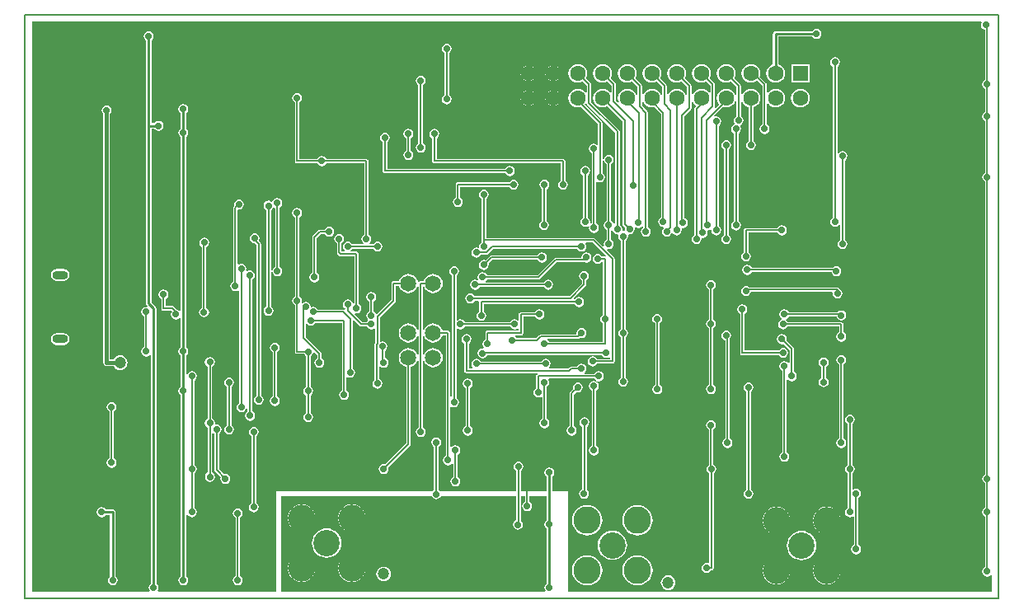
<source format=gbl>
G04 Layer_Physical_Order=2*
G04 Layer_Color=16711680*
%FSLAX44Y44*%
%MOMM*%
G71*
G01*
G75*
%ADD41C,0.3810*%
%ADD42C,0.1524*%
%ADD43C,0.2540*%
%ADD45C,0.2032*%
%ADD46C,0.1270*%
%ADD47C,2.7000*%
%ADD48C,2.8000*%
%ADD49C,1.6002*%
%ADD50R,1.6002X1.6002*%
%ADD51O,1.6000X0.9000*%
%ADD52C,1.6400*%
%ADD53C,1.2000*%
%ADD54C,0.7000*%
G36*
X982350Y591679D02*
X982057Y591240D01*
X981668Y589280D01*
X982057Y587320D01*
X983168Y585658D01*
X984830Y584548D01*
X985729Y584369D01*
Y532805D01*
X984438Y531942D01*
X983327Y530280D01*
X982938Y528320D01*
X983327Y526360D01*
X984438Y524698D01*
X985729Y523835D01*
Y499785D01*
X984438Y498922D01*
X983327Y497260D01*
X982938Y495300D01*
X983327Y493340D01*
X984438Y491678D01*
X985729Y490815D01*
Y437555D01*
X984438Y436692D01*
X983327Y435030D01*
X982938Y433070D01*
X983327Y431110D01*
X984438Y429448D01*
X985729Y428585D01*
Y127675D01*
X984438Y126812D01*
X983327Y125150D01*
X982938Y123190D01*
X983327Y121230D01*
X984438Y119568D01*
X985729Y118705D01*
Y93385D01*
X984438Y92522D01*
X983327Y90860D01*
X982938Y88900D01*
X983327Y86940D01*
X984438Y85278D01*
X985729Y84415D01*
Y32425D01*
X984438Y31562D01*
X983327Y29900D01*
X982938Y27940D01*
X983327Y25980D01*
X984438Y24318D01*
X986100Y23207D01*
X988060Y22818D01*
X990020Y23207D01*
X991529Y24215D01*
X992187Y24040D01*
X992799Y23703D01*
Y7201D01*
X557530D01*
Y110490D01*
X541329D01*
Y125401D01*
X542102Y125918D01*
X543213Y127580D01*
X543602Y129540D01*
X543213Y131500D01*
X542102Y133162D01*
X540440Y134272D01*
X538480Y134662D01*
X536520Y134272D01*
X534858Y133162D01*
X533747Y131500D01*
X533358Y129540D01*
X533747Y127580D01*
X534858Y125918D01*
X535631Y125401D01*
Y110490D01*
X509061D01*
Y131405D01*
X510352Y132268D01*
X511463Y133930D01*
X511852Y135890D01*
X511463Y137850D01*
X510352Y139512D01*
X508690Y140623D01*
X506730Y141012D01*
X504770Y140623D01*
X503108Y139512D01*
X501997Y137850D01*
X501608Y135890D01*
X501997Y133930D01*
X503108Y132268D01*
X504399Y131405D01*
Y110490D01*
X426321D01*
X425972Y111012D01*
X424681Y111875D01*
Y156245D01*
X425972Y157108D01*
X427082Y158770D01*
X427472Y160730D01*
X427082Y162690D01*
X425972Y164352D01*
X424310Y165462D01*
X422350Y165852D01*
X420390Y165462D01*
X418728Y164352D01*
X417617Y162690D01*
X417228Y160730D01*
X417617Y158770D01*
X418728Y157108D01*
X420019Y156245D01*
Y111875D01*
X418728Y111012D01*
X418379Y110490D01*
X257810D01*
Y7201D01*
X136824D01*
X136145Y8471D01*
X136812Y9470D01*
X137202Y11430D01*
X136812Y13390D01*
X135702Y15052D01*
X134929Y15569D01*
Y298450D01*
X134929Y298450D01*
X134712Y299540D01*
X134094Y300464D01*
X134094Y300464D01*
X129849Y304710D01*
Y483051D01*
X133021D01*
X133538Y482278D01*
X135200Y481167D01*
X137160Y480778D01*
X139120Y481167D01*
X140782Y482278D01*
X141892Y483940D01*
X142282Y485900D01*
X141892Y487860D01*
X140782Y489522D01*
X139120Y490633D01*
X137160Y491022D01*
X135200Y490633D01*
X133538Y489522D01*
X133021Y488749D01*
X129849D01*
Y573711D01*
X130622Y574228D01*
X131733Y575890D01*
X132122Y577850D01*
X131733Y579810D01*
X130622Y581472D01*
X128960Y582583D01*
X127000Y582972D01*
X125040Y582583D01*
X123378Y581472D01*
X122268Y579810D01*
X121878Y577850D01*
X122268Y575890D01*
X123378Y574228D01*
X124151Y573711D01*
Y486410D01*
X124151Y486410D01*
X124151Y486410D01*
Y303530D01*
X124151Y303530D01*
X124368Y302440D01*
X124986Y301516D01*
X125688Y300813D01*
X125063Y299643D01*
X124460Y299762D01*
X122500Y299373D01*
X120838Y298262D01*
X119727Y296600D01*
X119338Y294640D01*
X119727Y292680D01*
X120838Y291018D01*
X122129Y290155D01*
Y258485D01*
X120838Y257622D01*
X119727Y255960D01*
X119338Y254000D01*
X119727Y252040D01*
X120838Y250378D01*
X122500Y249268D01*
X124460Y248878D01*
X126420Y249268D01*
X127961Y250297D01*
X128528Y250158D01*
X129231Y249812D01*
Y15569D01*
X128458Y15052D01*
X127347Y13390D01*
X126958Y11430D01*
X127347Y9470D01*
X128015Y8471D01*
X127336Y7201D01*
X7201D01*
Y495000D01*
Y592799D01*
X981752D01*
X982350Y591679D01*
D02*
G37*
G36*
X535631Y80339D02*
X534858Y79822D01*
X533747Y78160D01*
X533358Y76200D01*
X533747Y74240D01*
X534858Y72578D01*
X535631Y72061D01*
Y15569D01*
X534858Y15052D01*
X533747Y13390D01*
X533358Y11430D01*
X533747Y9470D01*
X534415Y8471D01*
X533736Y7201D01*
X262890D01*
Y105410D01*
X417631D01*
X418728Y103768D01*
X420390Y102657D01*
X422350Y102268D01*
X424310Y102657D01*
X425972Y103768D01*
X427069Y105410D01*
X504399D01*
Y80930D01*
X504160Y80883D01*
X502498Y79772D01*
X501387Y78110D01*
X500998Y76150D01*
X501387Y74190D01*
X502498Y72528D01*
X504160Y71417D01*
X506120Y71028D01*
X508080Y71417D01*
X509742Y72528D01*
X510853Y74190D01*
X511242Y76150D01*
X510853Y78110D01*
X509742Y79772D01*
X509061Y80227D01*
Y105410D01*
X513289D01*
Y99735D01*
X511998Y98872D01*
X510887Y97210D01*
X510498Y95250D01*
X510887Y93290D01*
X511998Y91628D01*
X513660Y90518D01*
X515620Y90128D01*
X517580Y90518D01*
X519242Y91628D01*
X520353Y93290D01*
X520742Y95250D01*
X520353Y97210D01*
X519242Y98872D01*
X517951Y99735D01*
Y105410D01*
X535631D01*
Y80339D01*
D02*
G37*
%LPC*%
G36*
X812800Y585512D02*
X810840Y585122D01*
X809178Y584012D01*
X808661Y583239D01*
X770890D01*
X769800Y583022D01*
X768876Y582404D01*
X768258Y581480D01*
X768041Y580390D01*
Y548880D01*
X766086Y548070D01*
X764097Y546543D01*
X762570Y544554D01*
X761610Y542237D01*
X761283Y539750D01*
X761610Y537263D01*
X762570Y534946D01*
X764097Y532957D01*
X766086Y531430D01*
X768403Y530470D01*
X770890Y530143D01*
X773376Y530470D01*
X775694Y531430D01*
X777683Y532957D01*
X779210Y534946D01*
X780170Y537263D01*
X780497Y539750D01*
X780170Y542237D01*
X779210Y544554D01*
X777683Y546543D01*
X775694Y548070D01*
X773739Y548880D01*
Y577541D01*
X808661D01*
X809178Y576768D01*
X810840Y575658D01*
X812800Y575268D01*
X814760Y575658D01*
X816422Y576768D01*
X817533Y578430D01*
X817922Y580390D01*
X817533Y582350D01*
X816422Y584012D01*
X814760Y585122D01*
X812800Y585512D01*
D02*
G37*
G36*
X543560Y547653D02*
Y541020D01*
X550193D01*
X550085Y541839D01*
X549279Y543785D01*
X547996Y545456D01*
X546325Y546739D01*
X544379Y547545D01*
X543560Y547653D01*
D02*
G37*
G36*
X541020D02*
X540201Y547545D01*
X538255Y546739D01*
X536584Y545456D01*
X535301Y543785D01*
X534495Y541839D01*
X534387Y541020D01*
X541020D01*
Y547653D01*
D02*
G37*
G36*
X518160D02*
Y541020D01*
X524793D01*
X524685Y541839D01*
X523879Y543785D01*
X522596Y545456D01*
X520925Y546739D01*
X518979Y547545D01*
X518160Y547653D01*
D02*
G37*
G36*
X515620D02*
X514801Y547545D01*
X512855Y546739D01*
X511184Y545456D01*
X509901Y543785D01*
X509095Y541839D01*
X508987Y541020D01*
X515620D01*
Y547653D01*
D02*
G37*
G36*
X550193Y538480D02*
X543560D01*
Y531847D01*
X544379Y531955D01*
X546325Y532761D01*
X547996Y534044D01*
X549279Y535715D01*
X550085Y537661D01*
X550193Y538480D01*
D02*
G37*
G36*
X541020D02*
X534387D01*
X534495Y537661D01*
X535301Y535715D01*
X536584Y534044D01*
X538255Y532761D01*
X540201Y531955D01*
X541020Y531847D01*
Y538480D01*
D02*
G37*
G36*
X524793D02*
X518160D01*
Y531847D01*
X518979Y531955D01*
X520925Y532761D01*
X522596Y534044D01*
X523879Y535715D01*
X524685Y537661D01*
X524793Y538480D01*
D02*
G37*
G36*
X515620D02*
X508987D01*
X509095Y537661D01*
X509901Y535715D01*
X511184Y534044D01*
X512855Y532761D01*
X514801Y531955D01*
X515620Y531847D01*
Y538480D01*
D02*
G37*
G36*
X805815Y549275D02*
X786765D01*
Y530225D01*
X805815D01*
Y549275D01*
D02*
G37*
G36*
X720090Y549357D02*
X717604Y549030D01*
X715286Y548070D01*
X713297Y546543D01*
X711770Y544554D01*
X710810Y542237D01*
X710483Y539750D01*
X710810Y537263D01*
X711770Y534946D01*
X713297Y532957D01*
X715286Y531430D01*
X717604Y530470D01*
X720090Y530143D01*
X722577Y530470D01*
X724894Y531430D01*
X725018Y531526D01*
X730459Y526085D01*
Y517525D01*
X729189Y517273D01*
X728410Y519154D01*
X726883Y521143D01*
X724894Y522670D01*
X722577Y523630D01*
X720090Y523957D01*
X717604Y523630D01*
X715286Y522670D01*
X713297Y521143D01*
X711770Y519154D01*
X710810Y516837D01*
X710483Y514350D01*
X710810Y511864D01*
X711770Y509546D01*
X712968Y507985D01*
X709572Y504589D01*
X708402Y505214D01*
X708451Y505460D01*
Y528320D01*
X708273Y529212D01*
X707768Y529968D01*
X702914Y534822D01*
X703010Y534946D01*
X703970Y537263D01*
X704297Y539750D01*
X703970Y542237D01*
X703010Y544554D01*
X701483Y546543D01*
X699494Y548070D01*
X697177Y549030D01*
X694690Y549357D01*
X692204Y549030D01*
X689886Y548070D01*
X687897Y546543D01*
X686370Y544554D01*
X685410Y542237D01*
X685083Y539750D01*
X685410Y537263D01*
X686370Y534946D01*
X687897Y532957D01*
X689886Y531430D01*
X692204Y530470D01*
X694690Y530143D01*
X697177Y530470D01*
X699494Y531430D01*
X699618Y531526D01*
X703789Y527355D01*
Y520224D01*
X702519Y519793D01*
X701483Y521143D01*
X699494Y522670D01*
X697177Y523630D01*
X694690Y523957D01*
X692204Y523630D01*
X689886Y522670D01*
X687897Y521143D01*
X686370Y519154D01*
X685591Y517273D01*
X684321Y517525D01*
Y527050D01*
X684143Y527942D01*
X683638Y528698D01*
X677514Y534822D01*
X677610Y534946D01*
X678570Y537263D01*
X678897Y539750D01*
X678570Y542237D01*
X677610Y544554D01*
X676083Y546543D01*
X674094Y548070D01*
X671777Y549030D01*
X669290Y549357D01*
X666804Y549030D01*
X664486Y548070D01*
X662497Y546543D01*
X660970Y544554D01*
X660010Y542237D01*
X659683Y539750D01*
X660010Y537263D01*
X660970Y534946D01*
X662497Y532957D01*
X664486Y531430D01*
X666804Y530470D01*
X669290Y530143D01*
X671777Y530470D01*
X674094Y531430D01*
X674218Y531526D01*
X679659Y526085D01*
Y517525D01*
X678389Y517273D01*
X677610Y519154D01*
X676083Y521143D01*
X674094Y522670D01*
X671777Y523630D01*
X669290Y523957D01*
X666804Y523630D01*
X664486Y522670D01*
X662497Y521143D01*
X660970Y519154D01*
X660191Y517273D01*
X658921Y517525D01*
Y527050D01*
X658743Y527942D01*
X658238Y528698D01*
X652114Y534822D01*
X652210Y534946D01*
X653170Y537263D01*
X653497Y539750D01*
X653170Y542237D01*
X652210Y544554D01*
X650683Y546543D01*
X648694Y548070D01*
X646376Y549030D01*
X643890Y549357D01*
X641404Y549030D01*
X639086Y548070D01*
X637097Y546543D01*
X635570Y544554D01*
X634610Y542237D01*
X634283Y539750D01*
X634610Y537263D01*
X635570Y534946D01*
X637097Y532957D01*
X639086Y531430D01*
X641404Y530470D01*
X643890Y530143D01*
X646376Y530470D01*
X648694Y531430D01*
X648818Y531526D01*
X654259Y526085D01*
Y517525D01*
X652989Y517273D01*
X652210Y519154D01*
X650683Y521143D01*
X648694Y522670D01*
X646376Y523630D01*
X643890Y523957D01*
X641404Y523630D01*
X639086Y522670D01*
X637097Y521143D01*
X635570Y519154D01*
X634791Y517273D01*
X633521Y517525D01*
Y527050D01*
X633343Y527942D01*
X632838Y528698D01*
X626714Y534822D01*
X626810Y534946D01*
X627770Y537263D01*
X628097Y539750D01*
X627770Y542237D01*
X626810Y544554D01*
X625283Y546543D01*
X623294Y548070D01*
X620976Y549030D01*
X618490Y549357D01*
X616003Y549030D01*
X613686Y548070D01*
X611697Y546543D01*
X610170Y544554D01*
X609210Y542237D01*
X608883Y539750D01*
X609210Y537263D01*
X610170Y534946D01*
X611697Y532957D01*
X613686Y531430D01*
X616003Y530470D01*
X618490Y530143D01*
X620976Y530470D01*
X623294Y531430D01*
X623418Y531526D01*
X628859Y526085D01*
Y517525D01*
X627589Y517273D01*
X626810Y519154D01*
X625283Y521143D01*
X623294Y522670D01*
X620976Y523630D01*
X618490Y523957D01*
X616003Y523630D01*
X613686Y522670D01*
X611697Y521143D01*
X610170Y519154D01*
X609210Y516837D01*
X608883Y514350D01*
X609210Y511864D01*
X609862Y510291D01*
X608785Y509571D01*
X606851Y511505D01*
Y528320D01*
X606673Y529212D01*
X606168Y529968D01*
X601314Y534822D01*
X601410Y534946D01*
X602370Y537263D01*
X602697Y539750D01*
X602370Y542237D01*
X601410Y544554D01*
X599883Y546543D01*
X597894Y548070D01*
X595577Y549030D01*
X593090Y549357D01*
X590603Y549030D01*
X588286Y548070D01*
X586297Y546543D01*
X584770Y544554D01*
X583810Y542237D01*
X583483Y539750D01*
X583810Y537263D01*
X584770Y534946D01*
X586297Y532957D01*
X588286Y531430D01*
X590603Y530470D01*
X593090Y530143D01*
X595577Y530470D01*
X597894Y531430D01*
X598018Y531526D01*
X602189Y527355D01*
Y520224D01*
X600919Y519793D01*
X599883Y521143D01*
X597894Y522670D01*
X595577Y523630D01*
X593090Y523957D01*
X590603Y523630D01*
X588286Y522670D01*
X586297Y521143D01*
X584770Y519154D01*
X583810Y516837D01*
X583483Y514350D01*
X583810Y511864D01*
X584770Y509546D01*
X586297Y507557D01*
X588286Y506030D01*
X590603Y505070D01*
X593090Y504743D01*
X595577Y505070D01*
X597894Y506030D01*
X598018Y506126D01*
X613619Y490525D01*
Y384810D01*
X613797Y383918D01*
X614302Y383162D01*
X616211Y381253D01*
X615908Y379730D01*
X616082Y378850D01*
X615192Y377859D01*
X614127Y377911D01*
X613288Y378905D01*
X613452Y379730D01*
X613063Y381690D01*
X611952Y383352D01*
X610661Y384215D01*
Y480060D01*
X610483Y480952D01*
X609978Y481708D01*
X581451Y510235D01*
Y528320D01*
X581273Y529212D01*
X580768Y529968D01*
X575914Y534822D01*
X576010Y534946D01*
X576970Y537263D01*
X577297Y539750D01*
X576970Y542237D01*
X576010Y544554D01*
X574483Y546543D01*
X572494Y548070D01*
X570177Y549030D01*
X567690Y549357D01*
X565204Y549030D01*
X562886Y548070D01*
X560897Y546543D01*
X559370Y544554D01*
X558410Y542237D01*
X558083Y539750D01*
X558410Y537263D01*
X559370Y534946D01*
X560897Y532957D01*
X562886Y531430D01*
X565204Y530470D01*
X567690Y530143D01*
X570177Y530470D01*
X572494Y531430D01*
X572618Y531526D01*
X576789Y527355D01*
Y520224D01*
X575519Y519793D01*
X574483Y521143D01*
X572494Y522670D01*
X570177Y523630D01*
X567690Y523957D01*
X565204Y523630D01*
X562886Y522670D01*
X560897Y521143D01*
X559370Y519154D01*
X558410Y516837D01*
X558083Y514350D01*
X558410Y511864D01*
X559370Y509546D01*
X560897Y507557D01*
X562886Y506030D01*
X565204Y505070D01*
X567690Y504743D01*
X570177Y505070D01*
X570853Y505350D01*
X588219Y487985D01*
Y467164D01*
X586949Y466485D01*
X586160Y467012D01*
X584200Y467402D01*
X582240Y467012D01*
X580578Y465902D01*
X579468Y464240D01*
X579078Y462280D01*
X579468Y460320D01*
X580578Y458658D01*
X581869Y457795D01*
Y386167D01*
X581449Y385953D01*
X580324Y386804D01*
X580432Y387350D01*
X580042Y389310D01*
X578932Y390972D01*
X577641Y391835D01*
Y434935D01*
X578932Y435798D01*
X580042Y437460D01*
X580432Y439420D01*
X580042Y441380D01*
X578932Y443042D01*
X577270Y444152D01*
X575310Y444542D01*
X573350Y444152D01*
X571688Y443042D01*
X570578Y441380D01*
X570188Y439420D01*
X570578Y437460D01*
X571688Y435798D01*
X572979Y434935D01*
Y391835D01*
X571688Y390972D01*
X570578Y389310D01*
X570188Y387350D01*
X570578Y385390D01*
X571688Y383728D01*
X573350Y382617D01*
X575310Y382228D01*
X577270Y382617D01*
X578277Y383290D01*
X579375Y382497D01*
X579078Y381000D01*
X579468Y379040D01*
X580578Y377378D01*
X582240Y376268D01*
X584200Y375878D01*
X586160Y376268D01*
X587822Y377378D01*
X588932Y379040D01*
X589322Y381000D01*
X588932Y382960D01*
X587822Y384622D01*
X586531Y385485D01*
Y428186D01*
X587801Y428865D01*
X588590Y428338D01*
X590550Y427948D01*
X592510Y428338D01*
X594172Y429448D01*
X595283Y431110D01*
X595672Y433070D01*
X595283Y435030D01*
X594172Y436692D01*
X592881Y437555D01*
Y488950D01*
X592703Y489842D01*
X592198Y490598D01*
X574812Y507985D01*
X575557Y508956D01*
X576915Y508639D01*
X576967Y508378D01*
X577472Y507622D01*
X605999Y479095D01*
Y385326D01*
X605560Y385033D01*
X604173Y385500D01*
X603062Y387162D01*
X601771Y388025D01*
Y446365D01*
X603062Y447228D01*
X604173Y448890D01*
X604562Y450850D01*
X604173Y452810D01*
X603062Y454472D01*
X601400Y455583D01*
X599440Y455972D01*
X597480Y455583D01*
X595818Y454472D01*
X594707Y452810D01*
X594318Y450850D01*
X594707Y448890D01*
X595818Y447228D01*
X597109Y446365D01*
Y388025D01*
X595818Y387162D01*
X594707Y385500D01*
X594318Y383540D01*
X594707Y381580D01*
X595818Y379918D01*
X597109Y379055D01*
Y368975D01*
X595818Y368112D01*
X594707Y366450D01*
X594318Y364490D01*
X594619Y362973D01*
X593449Y362347D01*
X585848Y369948D01*
X585092Y370453D01*
X584200Y370631D01*
X473501D01*
Y410805D01*
X474792Y411668D01*
X475902Y413330D01*
X476292Y415290D01*
X475902Y417250D01*
X474792Y418912D01*
X473130Y420023D01*
X471170Y420412D01*
X469210Y420023D01*
X467548Y418912D01*
X466437Y417250D01*
X466048Y415290D01*
X466437Y413330D01*
X467548Y411668D01*
X468839Y410805D01*
Y368300D01*
Y366435D01*
X467548Y365572D01*
X466437Y363910D01*
X466048Y361950D01*
X466157Y361400D01*
X466021Y361176D01*
X465056Y360423D01*
X463550Y360722D01*
X461590Y360332D01*
X459928Y359222D01*
X458817Y357560D01*
X458428Y355600D01*
X458817Y353640D01*
X459928Y351978D01*
X461590Y350868D01*
X463550Y350478D01*
X465510Y350868D01*
X467172Y351978D01*
X468035Y353269D01*
X473710D01*
X474602Y353447D01*
X475358Y353952D01*
X481026Y359619D01*
X567015D01*
X567878Y358328D01*
X569540Y357217D01*
X571500Y356828D01*
X573460Y357217D01*
X575122Y358328D01*
X576232Y359990D01*
X576622Y361950D01*
X576232Y363910D01*
X575705Y364699D01*
X576384Y365969D01*
X583235D01*
X596502Y352702D01*
X595876Y351532D01*
X595630Y351581D01*
X592495D01*
X591632Y352872D01*
X589970Y353983D01*
X588010Y354372D01*
X586050Y353983D01*
X584388Y352872D01*
X583278Y351210D01*
X582888Y349250D01*
X583278Y347290D01*
X584388Y345628D01*
X586050Y344518D01*
X588010Y344128D01*
X589970Y344518D01*
X591632Y345628D01*
X592029Y346222D01*
X593299Y345837D01*
Y291985D01*
X592008Y291122D01*
X590897Y289460D01*
X590508Y287500D01*
X590897Y285540D01*
X592008Y283878D01*
X593299Y283015D01*
Y263951D01*
X537885D01*
X537022Y265242D01*
X536428Y265639D01*
X536813Y266909D01*
X567690D01*
X568582Y267087D01*
X569338Y267592D01*
X569977Y268231D01*
X571500Y267928D01*
X573460Y268318D01*
X575122Y269428D01*
X576232Y271090D01*
X576622Y273050D01*
X576232Y275010D01*
X575122Y276672D01*
X573460Y277782D01*
X571500Y278172D01*
X569540Y277782D01*
X567878Y276672D01*
X566768Y275010D01*
X566378Y273050D01*
X566477Y272553D01*
X565671Y271571D01*
X529590D01*
X528698Y271393D01*
X527942Y270888D01*
X524815Y267761D01*
X504865D01*
X504002Y269052D01*
X503408Y269449D01*
X503793Y270719D01*
X509270D01*
X510162Y270897D01*
X510918Y271402D01*
X511423Y272158D01*
X511601Y273050D01*
Y289769D01*
X523835D01*
X524698Y288478D01*
X526360Y287367D01*
X528320Y286978D01*
X530280Y287367D01*
X531942Y288478D01*
X533052Y290140D01*
X533442Y292100D01*
X533052Y294060D01*
X531942Y295722D01*
X530280Y296833D01*
X528320Y297222D01*
X526360Y296833D01*
X524698Y295722D01*
X523835Y294431D01*
X509270D01*
X508378Y294253D01*
X507622Y293748D01*
X507117Y292992D01*
X506939Y292100D01*
Y286824D01*
X505669Y286145D01*
X504880Y286672D01*
X502920Y287062D01*
X500960Y286672D01*
X499298Y285562D01*
X498435Y284271D01*
X451525D01*
X450662Y285562D01*
X449000Y286672D01*
X447040Y287062D01*
X445080Y286672D01*
X444291Y286145D01*
X443021Y286824D01*
Y332065D01*
X444312Y332928D01*
X445423Y334590D01*
X445812Y336550D01*
X445423Y338510D01*
X444312Y340172D01*
X442650Y341283D01*
X440690Y341672D01*
X438730Y341283D01*
X437068Y340172D01*
X435957Y338510D01*
X435568Y336550D01*
X435957Y334590D01*
X437068Y332928D01*
X438359Y332065D01*
Y210820D01*
Y207352D01*
X437941Y207101D01*
X436671Y207820D01*
Y273050D01*
X436493Y273942D01*
X435988Y274698D01*
X435232Y275203D01*
X434340Y275381D01*
X428601D01*
X428574Y275588D01*
X427594Y277954D01*
X426035Y279985D01*
X424004Y281544D01*
X421638Y282524D01*
X419100Y282858D01*
X416562Y282524D01*
X414196Y281544D01*
X412165Y279985D01*
X410606Y277954D01*
X410001Y276493D01*
X408731Y276745D01*
Y320155D01*
X410001Y320407D01*
X410606Y318946D01*
X412165Y316915D01*
X414196Y315356D01*
X416562Y314376D01*
X419100Y314042D01*
X421638Y314376D01*
X424004Y315356D01*
X426035Y316915D01*
X427594Y318946D01*
X428574Y321311D01*
X428908Y323850D01*
X428574Y326389D01*
X427594Y328754D01*
X426035Y330785D01*
X424004Y332344D01*
X421638Y333324D01*
X419100Y333658D01*
X416562Y333324D01*
X414196Y332344D01*
X412165Y330785D01*
X410606Y328754D01*
X409626Y326389D01*
X409599Y326181D01*
X406400D01*
X405508Y326003D01*
X404752Y325498D01*
X404602Y325273D01*
X403280Y325581D01*
X403174Y326389D01*
X402194Y328754D01*
X400635Y330785D01*
X398604Y332344D01*
X396239Y333324D01*
X393700Y333658D01*
X391161Y333324D01*
X388796Y332344D01*
X386765Y330785D01*
X385206Y328754D01*
X384226Y326389D01*
X384199Y326181D01*
X378460D01*
X377568Y326003D01*
X376812Y325498D01*
X376307Y324742D01*
X376129Y323850D01*
Y307108D01*
X361576Y292555D01*
X360205Y292980D01*
X359222Y294452D01*
X357931Y295315D01*
Y305395D01*
X359222Y306258D01*
X360332Y307920D01*
X360722Y309880D01*
X360332Y311840D01*
X359222Y313502D01*
X357560Y314613D01*
X355600Y315002D01*
X353640Y314613D01*
X351978Y313502D01*
X350868Y311840D01*
X350478Y309880D01*
X350868Y307920D01*
X351978Y306258D01*
X353269Y305395D01*
Y295315D01*
X351978Y294452D01*
X350868Y292790D01*
X350478Y290830D01*
X350868Y288870D01*
X351978Y287208D01*
X352259Y287020D01*
Y285750D01*
X351978Y285562D01*
X351115Y284271D01*
X346405D01*
X338217Y292459D01*
X338843Y293629D01*
X340360Y293328D01*
X342320Y293717D01*
X343982Y294828D01*
X345093Y296490D01*
X345482Y298450D01*
X345093Y300410D01*
X343982Y302072D01*
X342691Y302935D01*
Y354330D01*
X342513Y355222D01*
X342008Y355978D01*
X341252Y356483D01*
X340360Y356661D01*
X334883D01*
X334498Y357931D01*
X335092Y358328D01*
X335955Y359619D01*
X357465D01*
X358328Y358328D01*
X359990Y357217D01*
X361950Y356828D01*
X363910Y357217D01*
X365572Y358328D01*
X366683Y359990D01*
X367072Y361950D01*
X366683Y363910D01*
X365572Y365572D01*
X363910Y366683D01*
X361950Y367072D01*
X359990Y366683D01*
X358328Y365572D01*
X357465Y364281D01*
X353933D01*
X353548Y365551D01*
X354142Y365948D01*
X355252Y367610D01*
X355642Y369570D01*
X355252Y371530D01*
X354142Y373192D01*
X352851Y374055D01*
Y449580D01*
X352673Y450472D01*
X352168Y451228D01*
X351412Y451733D01*
X350520Y451911D01*
X309285D01*
X308422Y453202D01*
X306760Y454313D01*
X304800Y454702D01*
X302840Y454313D01*
X301178Y453202D01*
X300315Y451911D01*
X281731D01*
Y509865D01*
X283022Y510728D01*
X284132Y512390D01*
X284522Y514350D01*
X284132Y516310D01*
X283022Y517972D01*
X281360Y519082D01*
X279400Y519472D01*
X277440Y519082D01*
X275778Y517972D01*
X274667Y516310D01*
X274278Y514350D01*
X274667Y512390D01*
X275778Y510728D01*
X277069Y509865D01*
Y449580D01*
X277247Y448688D01*
X277752Y447932D01*
X278508Y447427D01*
X279400Y447249D01*
X300315D01*
X301178Y445958D01*
X302840Y444847D01*
X304800Y444458D01*
X306760Y444847D01*
X308422Y445958D01*
X309285Y447249D01*
X348189D01*
Y374055D01*
X346898Y373192D01*
X345788Y371530D01*
X345398Y369570D01*
X345788Y367610D01*
X346898Y365948D01*
X347492Y365551D01*
X347107Y364281D01*
X335955D01*
X335092Y365572D01*
X333430Y366683D01*
X331470Y367072D01*
X329510Y366683D01*
X327848Y365572D01*
X326738Y363910D01*
X326348Y361950D01*
X326738Y359990D01*
X327848Y358328D01*
X328442Y357931D01*
X328057Y356661D01*
X324911D01*
Y365085D01*
X326202Y365948D01*
X327313Y367610D01*
X327702Y369570D01*
X327313Y371530D01*
X326202Y373192D01*
X324540Y374302D01*
X322580Y374692D01*
X320620Y374302D01*
X318958Y373192D01*
X317847Y371530D01*
X317458Y369570D01*
X317847Y367610D01*
X318958Y365948D01*
X320249Y365085D01*
Y355600D01*
X320427Y354708D01*
X320932Y353952D01*
X322202Y352682D01*
X322958Y352177D01*
X323850Y351999D01*
X338029D01*
Y304046D01*
X337590Y303753D01*
X336203Y304220D01*
X335092Y305882D01*
X333430Y306992D01*
X331470Y307382D01*
X329510Y306992D01*
X327848Y305882D01*
X326738Y304220D01*
X326348Y302260D01*
X326738Y300300D01*
X327848Y298638D01*
X328665Y298092D01*
X328658Y297332D01*
X327383Y296726D01*
X327282Y296793D01*
X326390Y296971D01*
X300395D01*
X299532Y298262D01*
X297870Y299373D01*
X295910Y299762D01*
X294650Y299512D01*
X293765Y299661D01*
X293270Y300434D01*
X293022Y301680D01*
X291912Y303342D01*
X290250Y304452D01*
X288290Y304842D01*
X286330Y304452D01*
X285323Y303780D01*
X284225Y304573D01*
X284522Y306070D01*
X284132Y308030D01*
X283022Y309692D01*
X281731Y310555D01*
Y391755D01*
X283022Y392618D01*
X284132Y394280D01*
X284522Y396240D01*
X284132Y398200D01*
X283022Y399862D01*
X281360Y400973D01*
X279400Y401362D01*
X277440Y400973D01*
X275778Y399862D01*
X274667Y398200D01*
X274278Y396240D01*
X274667Y394280D01*
X275778Y392618D01*
X277069Y391755D01*
Y310555D01*
X275778Y309692D01*
X274667Y308030D01*
X274278Y306070D01*
X274667Y304110D01*
X275778Y302448D01*
X277069Y301585D01*
Y253986D01*
X277247Y253095D01*
X277752Y252338D01*
X278508Y251833D01*
X279400Y251656D01*
X286359D01*
X287222Y250364D01*
X288499Y249511D01*
Y217845D01*
X287208Y216982D01*
X286098Y215320D01*
X285708Y213360D01*
X286098Y211400D01*
X287208Y209738D01*
X288499Y208875D01*
Y191175D01*
X287208Y190312D01*
X286098Y188650D01*
X285708Y186690D01*
X286098Y184730D01*
X287208Y183068D01*
X288870Y181957D01*
X290830Y181568D01*
X292790Y181957D01*
X294452Y183068D01*
X295562Y184730D01*
X295952Y186690D01*
X295562Y188650D01*
X294452Y190312D01*
X293161Y191175D01*
Y208875D01*
X294452Y209738D01*
X295562Y211400D01*
X295952Y213360D01*
X295562Y215320D01*
X294452Y216982D01*
X293161Y217845D01*
Y249492D01*
X294466Y250364D01*
X295576Y252026D01*
X295746Y252882D01*
X297124Y253300D01*
X299929Y250495D01*
Y247055D01*
X298638Y246192D01*
X297528Y244530D01*
X297138Y242570D01*
X297528Y240610D01*
X298638Y238948D01*
X300300Y237838D01*
X302260Y237448D01*
X304220Y237838D01*
X305882Y238948D01*
X306992Y240610D01*
X307382Y242570D01*
X306992Y244530D01*
X305882Y246192D01*
X304591Y247055D01*
Y251460D01*
X304413Y252352D01*
X303908Y253108D01*
X288081Y268935D01*
Y282337D01*
X289351Y282722D01*
X289748Y282128D01*
X291410Y281017D01*
X293370Y280628D01*
X295330Y281017D01*
X296992Y282128D01*
X297855Y283419D01*
X325329D01*
Y214035D01*
X324038Y213172D01*
X322928Y211510D01*
X322538Y209550D01*
X322928Y207590D01*
X324038Y205928D01*
X325700Y204818D01*
X327660Y204428D01*
X329620Y204818D01*
X331282Y205928D01*
X332393Y207590D01*
X332782Y209550D01*
X332393Y211510D01*
X331282Y213172D01*
X329991Y214035D01*
Y227526D01*
X331261Y228205D01*
X332050Y227677D01*
X334010Y227288D01*
X335970Y227677D01*
X337632Y228788D01*
X338742Y230450D01*
X339132Y232410D01*
X338742Y234370D01*
X337632Y236032D01*
X336341Y236895D01*
Y285947D01*
X337611Y286473D01*
X343792Y280292D01*
X344548Y279787D01*
X345440Y279609D01*
X351115D01*
X351978Y278318D01*
X353640Y277208D01*
X355600Y276818D01*
X357560Y277208D01*
X358349Y277735D01*
X359619Y277056D01*
Y263148D01*
X359596Y263125D01*
X359091Y262369D01*
X358913Y261477D01*
Y224993D01*
X358328Y224602D01*
X357217Y222940D01*
X356828Y220980D01*
X357217Y219020D01*
X358328Y217358D01*
X359990Y216248D01*
X361950Y215858D01*
X363910Y216248D01*
X365572Y217358D01*
X366683Y219020D01*
X367072Y220980D01*
X366683Y222940D01*
X365572Y224602D01*
X363910Y225713D01*
X363575Y225779D01*
Y238487D01*
X364845Y238836D01*
X366340Y237838D01*
X368300Y237448D01*
X370260Y237838D01*
X371922Y238948D01*
X373032Y240610D01*
X373422Y242570D01*
X373032Y244530D01*
X371922Y246192D01*
X370260Y247302D01*
X369361Y247481D01*
Y254595D01*
X370652Y255458D01*
X371763Y257120D01*
X372152Y259080D01*
X371763Y261040D01*
X370652Y262702D01*
X368990Y263813D01*
X367030Y264202D01*
X365551Y263908D01*
X364281Y264697D01*
Y288667D01*
X380108Y304494D01*
X380613Y305251D01*
X380791Y306143D01*
Y321519D01*
X384199D01*
X384226Y321311D01*
X385206Y318946D01*
X386765Y316915D01*
X388796Y315356D01*
X391161Y314376D01*
X393700Y314042D01*
X396239Y314376D01*
X398604Y315356D01*
X400635Y316915D01*
X402194Y318946D01*
X402799Y320407D01*
X404069Y320155D01*
Y276745D01*
X402799Y276493D01*
X402194Y277954D01*
X400635Y279985D01*
X398604Y281544D01*
X396239Y282524D01*
X393700Y282858D01*
X391161Y282524D01*
X388796Y281544D01*
X386765Y279985D01*
X385206Y277954D01*
X384226Y275588D01*
X383892Y273050D01*
X384226Y270511D01*
X385206Y268146D01*
X386765Y266115D01*
X388796Y264556D01*
X391161Y263576D01*
X393700Y263242D01*
X396239Y263576D01*
X398604Y264556D01*
X400635Y266115D01*
X402194Y268146D01*
X402799Y269608D01*
X404069Y269355D01*
Y251345D01*
X402799Y251092D01*
X402194Y252554D01*
X400635Y254585D01*
X398604Y256144D01*
X396239Y257124D01*
X393700Y257458D01*
X391161Y257124D01*
X388796Y256144D01*
X386765Y254585D01*
X385206Y252554D01*
X384226Y250189D01*
X383892Y247650D01*
X384226Y245112D01*
X385206Y242746D01*
X386765Y240715D01*
X388796Y239156D01*
X391161Y238176D01*
X391369Y238149D01*
Y159715D01*
X369823Y138169D01*
X368300Y138472D01*
X366340Y138083D01*
X364678Y136972D01*
X363568Y135310D01*
X363178Y133350D01*
X363568Y131390D01*
X364678Y129728D01*
X366340Y128617D01*
X368300Y128228D01*
X370260Y128617D01*
X371922Y129728D01*
X373032Y131390D01*
X373422Y133350D01*
X373119Y134873D01*
X395348Y157102D01*
X395853Y157858D01*
X396031Y158750D01*
Y238149D01*
X396239Y238176D01*
X398604Y239156D01*
X400635Y240715D01*
X402194Y242746D01*
X402799Y244207D01*
X404069Y243955D01*
Y175935D01*
X402778Y175072D01*
X401668Y173410D01*
X401278Y171450D01*
X401668Y169490D01*
X402778Y167828D01*
X404440Y166717D01*
X406400Y166328D01*
X408360Y166717D01*
X410022Y167828D01*
X411133Y169490D01*
X411522Y171450D01*
X411133Y173410D01*
X410022Y175072D01*
X408731Y175935D01*
Y243955D01*
X410001Y244207D01*
X410606Y242746D01*
X412165Y240715D01*
X414196Y239156D01*
X416562Y238176D01*
X419100Y237842D01*
X421638Y238176D01*
X424004Y239156D01*
X426035Y240715D01*
X427594Y242746D01*
X428574Y245112D01*
X428908Y247650D01*
X428574Y250189D01*
X427594Y252554D01*
X426035Y254585D01*
X424004Y256144D01*
X421638Y257124D01*
X419100Y257458D01*
X416562Y257124D01*
X414196Y256144D01*
X412165Y254585D01*
X410606Y252554D01*
X410001Y251092D01*
X408731Y251345D01*
Y269355D01*
X410001Y269608D01*
X410606Y268146D01*
X412165Y266115D01*
X414196Y264556D01*
X416562Y263576D01*
X419100Y263242D01*
X421638Y263576D01*
X424004Y264556D01*
X426035Y266115D01*
X427594Y268146D01*
X428574Y270511D01*
X428601Y270719D01*
X432009D01*
Y146725D01*
X430718Y145862D01*
X429608Y144200D01*
X429218Y142240D01*
X429608Y140280D01*
X430718Y138618D01*
X432380Y137507D01*
X434340Y137118D01*
X436300Y137507D01*
X437962Y138618D01*
X438359Y139212D01*
X439629Y138827D01*
Y125135D01*
X438338Y124272D01*
X437228Y122610D01*
X436838Y120650D01*
X437228Y118690D01*
X438338Y117028D01*
X440000Y115918D01*
X441960Y115528D01*
X443920Y115918D01*
X445582Y117028D01*
X446693Y118690D01*
X447082Y120650D01*
X446693Y122610D01*
X445582Y124272D01*
X444291Y125135D01*
Y147915D01*
X445582Y148778D01*
X446693Y150440D01*
X447082Y152400D01*
X446693Y154360D01*
X445582Y156022D01*
X443920Y157133D01*
X441960Y157522D01*
X440000Y157133D01*
X438338Y156022D01*
X437941Y155428D01*
X436671Y155813D01*
Y197046D01*
X437941Y197725D01*
X438730Y197197D01*
X440690Y196808D01*
X442650Y197197D01*
X444312Y198308D01*
X445423Y199970D01*
X445812Y201930D01*
X445423Y203890D01*
X444312Y205552D01*
X443021Y206415D01*
Y210820D01*
Y277056D01*
X444291Y277735D01*
X445080Y277208D01*
X447040Y276818D01*
X449000Y277208D01*
X450662Y278318D01*
X451525Y279609D01*
X498435D01*
X499298Y278318D01*
X500960Y277208D01*
X502920Y276818D01*
X504880Y277208D01*
X505669Y277735D01*
X506939Y277056D01*
Y275381D01*
X474980D01*
X474088Y275203D01*
X473332Y274698D01*
X472827Y273942D01*
X472649Y273050D01*
Y266105D01*
X471358Y265242D01*
X470247Y263580D01*
X469858Y261620D01*
X470247Y259660D01*
X471185Y258257D01*
X470733Y257289D01*
X470555Y257087D01*
X469900Y257217D01*
X467940Y256828D01*
X466278Y255717D01*
X465168Y254055D01*
X464778Y252095D01*
X465168Y250135D01*
X466278Y248473D01*
X467940Y247362D01*
X469900Y246973D01*
X471860Y247362D01*
X473522Y248473D01*
X474632Y250135D01*
X474685Y250399D01*
X592415D01*
X593278Y249108D01*
X594940Y247997D01*
X596900Y247608D01*
X598860Y247997D01*
X599649Y248525D01*
X600919Y247846D01*
Y246171D01*
X587415D01*
X586552Y247462D01*
X584890Y248573D01*
X582930Y248962D01*
X580970Y248573D01*
X579308Y247462D01*
X578198Y245800D01*
X577808Y243840D01*
X578198Y241880D01*
X579308Y240218D01*
X580970Y239107D01*
X582930Y238718D01*
X584890Y239107D01*
X586552Y240218D01*
X587415Y241509D01*
X603250D01*
X604142Y241687D01*
X604898Y242192D01*
X605403Y242948D01*
X605581Y243840D01*
Y349250D01*
X605403Y350142D01*
X604898Y350898D01*
X597297Y358499D01*
X597923Y359669D01*
X599440Y359368D01*
X601400Y359757D01*
X603062Y360868D01*
X604173Y362530D01*
X604562Y364490D01*
X604173Y366450D01*
X603062Y368112D01*
X601771Y368975D01*
Y377944D01*
X602210Y378237D01*
X603597Y377770D01*
X604708Y376108D01*
X606370Y374997D01*
X608330Y374608D01*
X609370Y373520D01*
X609168Y372500D01*
X609557Y370540D01*
X610668Y368878D01*
X611959Y368015D01*
Y277535D01*
X610668Y276672D01*
X609557Y275010D01*
X609168Y273050D01*
X609557Y271090D01*
X610668Y269428D01*
X611959Y268565D01*
Y227615D01*
X610668Y226752D01*
X609557Y225090D01*
X609168Y223130D01*
X609557Y221170D01*
X610668Y219508D01*
X612330Y218398D01*
X614290Y218008D01*
X616250Y218398D01*
X617912Y219508D01*
X619022Y221170D01*
X619412Y223130D01*
X619022Y225090D01*
X617912Y226752D01*
X616621Y227615D01*
Y268565D01*
X617912Y269428D01*
X619022Y271090D01*
X619412Y273050D01*
X619022Y275010D01*
X617912Y276672D01*
X616621Y277535D01*
Y368015D01*
X617912Y368878D01*
X619022Y370540D01*
X619412Y372500D01*
X619178Y373681D01*
X620229Y374767D01*
X621030Y374608D01*
X622990Y374997D01*
X624652Y376108D01*
X625762Y377770D01*
X626152Y379730D01*
X625855Y381227D01*
X626953Y382020D01*
X627960Y381348D01*
X629920Y380958D01*
X631880Y381348D01*
X633542Y382458D01*
X633549Y382469D01*
X634842Y382118D01*
X634881Y381456D01*
X633918Y380812D01*
X632808Y379150D01*
X632418Y377190D01*
X632808Y375230D01*
X633918Y373568D01*
X635580Y372458D01*
X637540Y372068D01*
X639500Y372458D01*
X641162Y373568D01*
X642272Y375230D01*
X642662Y377190D01*
X642272Y379150D01*
X641162Y380812D01*
X639871Y381675D01*
Y499110D01*
X639693Y500002D01*
X639188Y500758D01*
X633521Y506425D01*
Y511175D01*
X634791Y511427D01*
X635570Y509546D01*
X637097Y507557D01*
X639086Y506030D01*
X641404Y505070D01*
X643890Y504743D01*
X646100Y505034D01*
X652989Y498145D01*
Y391835D01*
X651698Y390972D01*
X650587Y389310D01*
X650198Y387350D01*
X650587Y385390D01*
X651698Y383728D01*
X653360Y382617D01*
X655320Y382228D01*
X655349Y382233D01*
X655845Y381037D01*
X655508Y380812D01*
X654398Y379150D01*
X654008Y377190D01*
X654398Y375230D01*
X655508Y373568D01*
X657170Y372458D01*
X659130Y372068D01*
X661090Y372458D01*
X662752Y373568D01*
X663863Y375230D01*
X663866Y375248D01*
X665214Y375517D01*
X665668Y374838D01*
X667330Y373727D01*
X669290Y373338D01*
X671250Y373727D01*
X672912Y374838D01*
X674023Y376500D01*
X674412Y378460D01*
X674113Y379967D01*
X674866Y380931D01*
X675090Y381067D01*
X675640Y380958D01*
X677600Y381348D01*
X679262Y382458D01*
X680372Y384120D01*
X680762Y386080D01*
X680372Y388040D01*
X679262Y389702D01*
X677600Y390812D01*
X676701Y390991D01*
Y495605D01*
X683638Y502542D01*
X684143Y503298D01*
X684321Y504190D01*
Y511175D01*
X685591Y511427D01*
X686370Y509546D01*
X687897Y507557D01*
X688860Y506817D01*
X688944Y505550D01*
X687962Y504568D01*
X687457Y503812D01*
X687279Y502920D01*
Y374055D01*
X685988Y373192D01*
X684877Y371530D01*
X684488Y369570D01*
X684877Y367610D01*
X685988Y365948D01*
X687650Y364837D01*
X689610Y364448D01*
X691570Y364837D01*
X693232Y365948D01*
X694342Y367610D01*
X694732Y369570D01*
X694651Y369981D01*
X695549Y370879D01*
X695960Y370798D01*
X697920Y371188D01*
X699582Y372298D01*
X700693Y373960D01*
X701082Y375920D01*
X700832Y377180D01*
X700981Y378065D01*
X701754Y378559D01*
X703000Y378807D01*
X703671Y379256D01*
X704814Y378492D01*
X704808Y378460D01*
X705198Y376500D01*
X706308Y374838D01*
X707970Y373727D01*
X709930Y373338D01*
X711890Y373727D01*
X713552Y374838D01*
X714662Y376500D01*
X715052Y378460D01*
X714662Y380420D01*
X713552Y382082D01*
X712261Y382945D01*
Y485735D01*
X713552Y486598D01*
X714662Y488260D01*
X715052Y490220D01*
X714662Y492180D01*
X713552Y493842D01*
X711890Y494953D01*
X709930Y495342D01*
X708413Y495041D01*
X707787Y496211D01*
X716927Y505350D01*
X717604Y505070D01*
X720090Y504743D01*
X722577Y505070D01*
X724894Y506030D01*
X726883Y507557D01*
X728410Y509546D01*
X729189Y511427D01*
X730459Y511175D01*
Y495975D01*
X729168Y495112D01*
X728057Y493450D01*
X727668Y491490D01*
X728057Y489530D01*
X728617Y488693D01*
X728290Y487332D01*
X726628Y486222D01*
X725518Y484560D01*
X725128Y482600D01*
X725518Y480640D01*
X726628Y478978D01*
X727919Y478115D01*
Y388025D01*
X726628Y387162D01*
X725518Y385500D01*
X725128Y383540D01*
X725518Y381580D01*
X726628Y379918D01*
X728290Y378807D01*
X730250Y378418D01*
X732210Y378807D01*
X733872Y379918D01*
X734983Y381580D01*
X735372Y383540D01*
X734983Y385500D01*
X733872Y387162D01*
X732581Y388025D01*
Y478115D01*
X733872Y478978D01*
X734983Y480640D01*
X735372Y482600D01*
X734983Y484560D01*
X734423Y485397D01*
X734750Y486758D01*
X736412Y487868D01*
X737523Y489530D01*
X737912Y491490D01*
X737523Y493450D01*
X736412Y495112D01*
X735121Y495975D01*
Y511175D01*
X736391Y511427D01*
X737170Y509546D01*
X738697Y507557D01*
X740686Y506030D01*
X743003Y505070D01*
X743159Y505050D01*
Y470575D01*
X741868Y469712D01*
X740758Y468050D01*
X740368Y466090D01*
X740758Y464130D01*
X741868Y462468D01*
X743530Y461357D01*
X745490Y460968D01*
X747450Y461357D01*
X749112Y462468D01*
X750222Y464130D01*
X750612Y466090D01*
X750222Y468050D01*
X749112Y469712D01*
X747821Y470575D01*
Y505050D01*
X747977Y505070D01*
X750294Y506030D01*
X752283Y507557D01*
X753810Y509546D01*
X754770Y511864D01*
X755097Y514350D01*
X754770Y516837D01*
X753810Y519154D01*
X752283Y521143D01*
X750294Y522670D01*
X747977Y523630D01*
X745490Y523957D01*
X743003Y523630D01*
X740686Y522670D01*
X738697Y521143D01*
X737170Y519154D01*
X736391Y517273D01*
X735121Y517525D01*
Y527050D01*
X734943Y527942D01*
X734438Y528698D01*
X728314Y534822D01*
X728410Y534946D01*
X729370Y537263D01*
X729697Y539750D01*
X729370Y542237D01*
X728410Y544554D01*
X726883Y546543D01*
X724894Y548070D01*
X722577Y549030D01*
X720090Y549357D01*
D02*
G37*
G36*
X543560Y522253D02*
Y515620D01*
X550193D01*
X550085Y516439D01*
X549279Y518385D01*
X547996Y520056D01*
X546325Y521339D01*
X544379Y522145D01*
X543560Y522253D01*
D02*
G37*
G36*
X541020D02*
X540201Y522145D01*
X538255Y521339D01*
X536584Y520056D01*
X535301Y518385D01*
X534495Y516439D01*
X534387Y515620D01*
X541020D01*
Y522253D01*
D02*
G37*
G36*
X518160D02*
Y515620D01*
X524793D01*
X524685Y516439D01*
X523879Y518385D01*
X522596Y520056D01*
X520925Y521339D01*
X518979Y522145D01*
X518160Y522253D01*
D02*
G37*
G36*
X515620D02*
X514801Y522145D01*
X512855Y521339D01*
X511184Y520056D01*
X509901Y518385D01*
X509095Y516439D01*
X508987Y515620D01*
X515620D01*
Y522253D01*
D02*
G37*
G36*
X433070Y570272D02*
X431110Y569883D01*
X429448Y568772D01*
X428338Y567110D01*
X427948Y565150D01*
X428338Y563190D01*
X429448Y561528D01*
X430480Y560838D01*
Y517392D01*
X429448Y516702D01*
X428338Y515040D01*
X427948Y513080D01*
X428338Y511120D01*
X429448Y509458D01*
X431110Y508348D01*
X433070Y507958D01*
X435030Y508348D01*
X436692Y509458D01*
X437803Y511120D01*
X438192Y513080D01*
X437803Y515040D01*
X436692Y516702D01*
X435660Y517392D01*
Y560838D01*
X436692Y561528D01*
X437803Y563190D01*
X438192Y565150D01*
X437803Y567110D01*
X436692Y568772D01*
X435030Y569883D01*
X433070Y570272D01*
D02*
G37*
G36*
X550193Y513080D02*
X543560D01*
Y506447D01*
X544379Y506555D01*
X546325Y507361D01*
X547996Y508644D01*
X549279Y510315D01*
X550085Y512261D01*
X550193Y513080D01*
D02*
G37*
G36*
X541020D02*
X534387D01*
X534495Y512261D01*
X535301Y510315D01*
X536584Y508644D01*
X538255Y507361D01*
X540201Y506555D01*
X541020Y506447D01*
Y513080D01*
D02*
G37*
G36*
X524793D02*
X518160D01*
Y506447D01*
X518979Y506555D01*
X520925Y507361D01*
X522596Y508644D01*
X523879Y510315D01*
X524685Y512261D01*
X524793Y513080D01*
D02*
G37*
G36*
X515620D02*
X508987D01*
X509095Y512261D01*
X509901Y510315D01*
X511184Y508644D01*
X512855Y507361D01*
X514801Y506555D01*
X515620Y506447D01*
Y513080D01*
D02*
G37*
G36*
X796290Y523957D02*
X793803Y523630D01*
X791486Y522670D01*
X789497Y521143D01*
X787970Y519154D01*
X787010Y516837D01*
X786683Y514350D01*
X787010Y511864D01*
X787970Y509546D01*
X789497Y507557D01*
X791486Y506030D01*
X793803Y505070D01*
X796290Y504743D01*
X798776Y505070D01*
X801094Y506030D01*
X803083Y507557D01*
X804610Y509546D01*
X805570Y511864D01*
X805897Y514350D01*
X805570Y516837D01*
X804610Y519154D01*
X803083Y521143D01*
X801094Y522670D01*
X798776Y523630D01*
X796290Y523957D01*
D02*
G37*
G36*
X745490Y549357D02*
X743003Y549030D01*
X740686Y548070D01*
X738697Y546543D01*
X737170Y544554D01*
X736210Y542237D01*
X735883Y539750D01*
X736210Y537263D01*
X737170Y534946D01*
X738697Y532957D01*
X740686Y531430D01*
X743003Y530470D01*
X745490Y530143D01*
X747977Y530470D01*
X750294Y531430D01*
X751855Y532628D01*
X757129Y527355D01*
Y487085D01*
X755838Y486222D01*
X754727Y484560D01*
X754338Y482600D01*
X754727Y480640D01*
X755838Y478978D01*
X757500Y477868D01*
X759460Y477478D01*
X761420Y477868D01*
X763082Y478978D01*
X764193Y480640D01*
X764582Y482600D01*
X764193Y484560D01*
X763082Y486222D01*
X761791Y487085D01*
Y508476D01*
X763061Y508907D01*
X764097Y507557D01*
X766086Y506030D01*
X768403Y505070D01*
X770890Y504743D01*
X773376Y505070D01*
X775694Y506030D01*
X777683Y507557D01*
X779210Y509546D01*
X780170Y511864D01*
X780497Y514350D01*
X780170Y516837D01*
X779210Y519154D01*
X777683Y521143D01*
X775694Y522670D01*
X773376Y523630D01*
X770890Y523957D01*
X768403Y523630D01*
X766086Y522670D01*
X764097Y521143D01*
X763061Y519793D01*
X761791Y520224D01*
Y528320D01*
X761613Y529212D01*
X761108Y529968D01*
X754490Y536587D01*
X754770Y537263D01*
X755097Y539750D01*
X754770Y542237D01*
X753810Y544554D01*
X752283Y546543D01*
X750294Y548070D01*
X747977Y549030D01*
X745490Y549357D01*
D02*
G37*
G36*
X406400Y537252D02*
X404440Y536862D01*
X402778Y535752D01*
X401668Y534090D01*
X401278Y532130D01*
X401668Y530170D01*
X402778Y528508D01*
X403810Y527818D01*
Y467862D01*
X402778Y467172D01*
X401668Y465510D01*
X401278Y463550D01*
X401668Y461590D01*
X402778Y459928D01*
X404440Y458817D01*
X406400Y458428D01*
X408360Y458817D01*
X410022Y459928D01*
X411133Y461590D01*
X411522Y463550D01*
X411133Y465510D01*
X410022Y467172D01*
X408990Y467862D01*
Y527818D01*
X410022Y528508D01*
X411133Y530170D01*
X411522Y532130D01*
X411133Y534090D01*
X410022Y535752D01*
X408360Y536862D01*
X406400Y537252D01*
D02*
G37*
G36*
X393700Y482642D02*
X391740Y482253D01*
X390078Y481142D01*
X388968Y479480D01*
X388578Y477520D01*
X388968Y475560D01*
X390078Y473898D01*
X391369Y473035D01*
Y460415D01*
X390078Y459552D01*
X388968Y457890D01*
X388578Y455930D01*
X388968Y453970D01*
X390078Y452308D01*
X391740Y451198D01*
X393700Y450808D01*
X395660Y451198D01*
X397322Y452308D01*
X398433Y453970D01*
X398822Y455930D01*
X398433Y457890D01*
X397322Y459552D01*
X396031Y460415D01*
Y473035D01*
X397322Y473898D01*
X398433Y475560D01*
X398822Y477520D01*
X398433Y479480D01*
X397322Y481142D01*
X395660Y482253D01*
X393700Y482642D01*
D02*
G37*
G36*
X369570Y478832D02*
X367610Y478442D01*
X365948Y477332D01*
X364837Y475670D01*
X364448Y473710D01*
X364837Y471750D01*
X365948Y470088D01*
X367239Y469225D01*
Y439420D01*
X367417Y438528D01*
X367922Y437772D01*
X368678Y437267D01*
X369570Y437089D01*
X493355D01*
X494218Y435798D01*
X495880Y434688D01*
X497840Y434298D01*
X499800Y434688D01*
X501462Y435798D01*
X502573Y437460D01*
X502962Y439420D01*
X502573Y441380D01*
X501462Y443042D01*
X499800Y444152D01*
X497840Y444542D01*
X495880Y444152D01*
X494218Y443042D01*
X493355Y441751D01*
X371901D01*
Y469225D01*
X373192Y470088D01*
X374302Y471750D01*
X374692Y473710D01*
X374302Y475670D01*
X373192Y477332D01*
X371530Y478442D01*
X369570Y478832D01*
D02*
G37*
G36*
X420370Y482642D02*
X418410Y482253D01*
X416748Y481142D01*
X415638Y479480D01*
X415248Y477520D01*
X415638Y475560D01*
X416748Y473898D01*
X418039Y473035D01*
Y449580D01*
X418217Y448688D01*
X418722Y447932D01*
X419478Y447427D01*
X420370Y447249D01*
X550119D01*
Y429935D01*
X548828Y429072D01*
X547718Y427410D01*
X547328Y425450D01*
X547718Y423490D01*
X548828Y421828D01*
X550490Y420718D01*
X552450Y420328D01*
X554410Y420718D01*
X556072Y421828D01*
X557183Y423490D01*
X557572Y425450D01*
X557183Y427410D01*
X556072Y429072D01*
X554781Y429935D01*
Y449580D01*
X554603Y450472D01*
X554098Y451228D01*
X553342Y451733D01*
X552450Y451911D01*
X422701D01*
Y473035D01*
X423992Y473898D01*
X425103Y475560D01*
X425492Y477520D01*
X425103Y479480D01*
X423992Y481142D01*
X422330Y482253D01*
X420370Y482642D01*
D02*
G37*
G36*
X501650Y430572D02*
X499690Y430182D01*
X498028Y429072D01*
X497165Y427781D01*
X444500D01*
X443608Y427603D01*
X442852Y427098D01*
X442347Y426342D01*
X442169Y425450D01*
Y412155D01*
X440878Y411292D01*
X439767Y409630D01*
X439378Y407670D01*
X439767Y405710D01*
X440878Y404048D01*
X442540Y402938D01*
X444500Y402548D01*
X446460Y402938D01*
X448122Y404048D01*
X449232Y405710D01*
X449622Y407670D01*
X449232Y409630D01*
X448122Y411292D01*
X446831Y412155D01*
Y423119D01*
X497165D01*
X498028Y421828D01*
X499690Y420718D01*
X501650Y420328D01*
X503610Y420718D01*
X505272Y421828D01*
X506382Y423490D01*
X506772Y425450D01*
X506382Y427410D01*
X505272Y429072D01*
X503610Y430182D01*
X501650Y430572D01*
D02*
G37*
G36*
X259080Y411522D02*
X257120Y411133D01*
X255458Y410022D01*
X254347Y408360D01*
X252976Y407974D01*
X252110Y408553D01*
X250150Y408942D01*
X248190Y408553D01*
X246528Y407442D01*
X245417Y405780D01*
X245028Y403820D01*
X245417Y401860D01*
X246528Y400198D01*
X247819Y399335D01*
Y300435D01*
X246528Y299572D01*
X245417Y297910D01*
X245028Y295950D01*
X245417Y293990D01*
X246528Y292328D01*
X248190Y291217D01*
X250150Y290828D01*
X252110Y291217D01*
X253772Y292328D01*
X254883Y293990D01*
X255272Y295950D01*
X254883Y297910D01*
X253772Y299572D01*
X252481Y300435D01*
Y399335D01*
X253772Y400198D01*
X254562Y401380D01*
X256040Y401666D01*
X256749Y401142D01*
Y341035D01*
X255458Y340172D01*
X254347Y338510D01*
X253958Y336550D01*
X254347Y334590D01*
X255458Y332928D01*
X257120Y331818D01*
X259080Y331428D01*
X261040Y331818D01*
X262702Y332928D01*
X263813Y334590D01*
X264202Y336550D01*
X263813Y338510D01*
X262702Y340172D01*
X261411Y341035D01*
Y401915D01*
X262702Y402778D01*
X263813Y404440D01*
X264202Y406400D01*
X263813Y408360D01*
X262702Y410022D01*
X261040Y411133D01*
X259080Y411522D01*
D02*
G37*
G36*
X219710Y410252D02*
X217750Y409863D01*
X216088Y408752D01*
X214977Y407090D01*
X214588Y405130D01*
X214891Y403607D01*
X214252Y402968D01*
X213747Y402212D01*
X213569Y401320D01*
Y325795D01*
X212278Y324932D01*
X211168Y323270D01*
X210778Y321310D01*
X211168Y319350D01*
X212278Y317688D01*
X213940Y316577D01*
X215900Y316188D01*
X217860Y316577D01*
X218649Y317105D01*
X219919Y316426D01*
Y201335D01*
X218628Y200472D01*
X217518Y198810D01*
X217128Y196850D01*
X217518Y194890D01*
X218628Y193228D01*
X220290Y192118D01*
X222250Y191728D01*
X224210Y192118D01*
X225872Y193228D01*
X226982Y194890D01*
X227243Y196198D01*
X228513Y196073D01*
Y192247D01*
X227518Y191582D01*
X226408Y189920D01*
X226018Y187960D01*
X226408Y186000D01*
X227518Y184338D01*
X229180Y183228D01*
X231140Y182838D01*
X233100Y183228D01*
X234762Y184338D01*
X235872Y186000D01*
X236262Y187960D01*
X235872Y189920D01*
X234762Y191582D01*
X233174Y192643D01*
Y327959D01*
X234466Y328821D01*
X235576Y330483D01*
X235966Y332444D01*
X235576Y334404D01*
X234466Y336066D01*
X232804Y337176D01*
X230844Y337566D01*
X228883Y337176D01*
X228081Y336640D01*
X227982Y336685D01*
X227052Y337480D01*
X227372Y339090D01*
X226982Y341050D01*
X225872Y342712D01*
X224210Y343823D01*
X222250Y344212D01*
X220290Y343823D01*
X219501Y343295D01*
X218231Y343974D01*
Y399301D01*
X219212Y400107D01*
X219710Y400008D01*
X221670Y400397D01*
X223332Y401508D01*
X224443Y403170D01*
X224832Y405130D01*
X224443Y407090D01*
X223332Y408752D01*
X221670Y409863D01*
X219710Y410252D01*
D02*
G37*
G36*
X777240Y383582D02*
X775280Y383192D01*
X773618Y382082D01*
X772755Y380791D01*
X740900D01*
X740410Y380888D01*
X739518Y380711D01*
X738762Y380206D01*
X738257Y379449D01*
X738079Y378558D01*
Y356275D01*
X736788Y355412D01*
X735677Y353750D01*
X735288Y351790D01*
X735677Y349830D01*
X736788Y348168D01*
X738450Y347057D01*
X740410Y346668D01*
X742370Y347057D01*
X744032Y348168D01*
X745143Y349830D01*
X745532Y351790D01*
X745143Y353750D01*
X744032Y355412D01*
X742741Y356275D01*
Y376129D01*
X772755D01*
X773618Y374838D01*
X775280Y373727D01*
X777240Y373338D01*
X779200Y373727D01*
X780862Y374838D01*
X781973Y376500D01*
X782362Y378460D01*
X781973Y380420D01*
X780862Y382082D01*
X779200Y383192D01*
X777240Y383582D01*
D02*
G37*
G36*
X533400Y430572D02*
X531440Y430182D01*
X529778Y429072D01*
X528667Y427410D01*
X528278Y425450D01*
X528667Y423490D01*
X529778Y421828D01*
X530696Y421214D01*
Y388398D01*
X529405Y387535D01*
X528294Y385873D01*
X527904Y383913D01*
X528294Y381953D01*
X529405Y380291D01*
X531067Y379181D01*
X533027Y378791D01*
X534987Y379181D01*
X536649Y380291D01*
X537759Y381953D01*
X538149Y383913D01*
X537759Y385873D01*
X536649Y387535D01*
X535358Y388398D01*
Y420717D01*
X535360Y420718D01*
X537022Y421828D01*
X538133Y423490D01*
X538522Y425450D01*
X538133Y427410D01*
X537022Y429072D01*
X535360Y430182D01*
X533400Y430572D01*
D02*
G37*
G36*
X312420Y382312D02*
X310460Y381922D01*
X308798Y380812D01*
X307712Y379187D01*
X302594D01*
X301702Y379010D01*
X300945Y378505D01*
X295532Y373091D01*
X295027Y372335D01*
X294849Y371443D01*
Y334685D01*
X293558Y333822D01*
X292447Y332160D01*
X292058Y330200D01*
X292447Y328240D01*
X293558Y326578D01*
X295220Y325467D01*
X297180Y325078D01*
X299140Y325467D01*
X300802Y326578D01*
X301912Y328240D01*
X302302Y330200D01*
X301912Y332160D01*
X300802Y333822D01*
X299511Y334685D01*
Y370477D01*
X303559Y374526D01*
X308158D01*
X308798Y373568D01*
X310460Y372458D01*
X312420Y372068D01*
X314380Y372458D01*
X316042Y373568D01*
X317153Y375230D01*
X317542Y377190D01*
X317153Y379150D01*
X316042Y380812D01*
X314380Y381922D01*
X312420Y382312D01*
D02*
G37*
G36*
X720090Y471212D02*
X718130Y470822D01*
X716468Y469712D01*
X715358Y468050D01*
X714968Y466090D01*
X715358Y464130D01*
X716468Y462468D01*
X717759Y461605D01*
Y374055D01*
X716468Y373192D01*
X715358Y371530D01*
X714968Y369570D01*
X715358Y367610D01*
X716468Y365948D01*
X718130Y364837D01*
X720090Y364448D01*
X722050Y364837D01*
X723712Y365948D01*
X724822Y367610D01*
X725212Y369570D01*
X724822Y371530D01*
X723712Y373192D01*
X722421Y374055D01*
Y461605D01*
X723712Y462468D01*
X724822Y464130D01*
X725212Y466090D01*
X724822Y468050D01*
X723712Y469712D01*
X722050Y470822D01*
X720090Y471212D01*
D02*
G37*
G36*
X831850Y556302D02*
X829890Y555913D01*
X828228Y554802D01*
X827117Y553140D01*
X826728Y551180D01*
X827117Y549220D01*
X828228Y547558D01*
X829519Y546695D01*
Y391835D01*
X828228Y390972D01*
X827117Y389310D01*
X826728Y387350D01*
X827117Y385390D01*
X828228Y383728D01*
X829890Y382617D01*
X831850Y382228D01*
X833810Y382617D01*
X835472Y383728D01*
X835869Y384322D01*
X837139Y383937D01*
Y368975D01*
X835848Y368112D01*
X834737Y366450D01*
X834348Y364490D01*
X834737Y362530D01*
X835848Y360868D01*
X837510Y359757D01*
X839470Y359368D01*
X841430Y359757D01*
X843092Y360868D01*
X844202Y362530D01*
X844592Y364490D01*
X844202Y366450D01*
X843092Y368112D01*
X841801Y368975D01*
Y450175D01*
X843092Y451038D01*
X844202Y452700D01*
X844592Y454660D01*
X844202Y456620D01*
X843092Y458282D01*
X841430Y459393D01*
X839470Y459782D01*
X837510Y459393D01*
X835848Y458282D01*
X835451Y457688D01*
X834181Y458073D01*
Y546695D01*
X835472Y547558D01*
X836582Y549220D01*
X836972Y551180D01*
X836582Y553140D01*
X835472Y554802D01*
X833810Y555913D01*
X831850Y556302D01*
D02*
G37*
G36*
X576580Y355642D02*
X574620Y355252D01*
X572958Y354142D01*
X571847Y352480D01*
X571458Y350520D01*
X571286Y350311D01*
X544830D01*
X543938Y350133D01*
X543182Y349628D01*
X526085Y332531D01*
X474385D01*
X473522Y333822D01*
X471860Y334933D01*
X469900Y335322D01*
X467940Y334933D01*
X466278Y333822D01*
X465168Y332160D01*
X464778Y330200D01*
X465168Y328240D01*
X465191Y328205D01*
X464275Y327289D01*
X464240Y327313D01*
X462280Y327702D01*
X460320Y327313D01*
X458658Y326202D01*
X457547Y324540D01*
X457158Y322580D01*
X457547Y320620D01*
X458658Y318958D01*
X460320Y317847D01*
X462280Y317458D01*
X464240Y317847D01*
X465902Y318958D01*
X466765Y320249D01*
X532725D01*
X533588Y318958D01*
X535250Y317847D01*
X537210Y317458D01*
X539170Y317847D01*
X540832Y318958D01*
X541942Y320620D01*
X542332Y322580D01*
X541942Y324540D01*
X540832Y326202D01*
X539170Y327313D01*
X537210Y327702D01*
X535250Y327313D01*
X533588Y326202D01*
X532725Y324911D01*
X473313D01*
X472928Y326181D01*
X473522Y326578D01*
X474385Y327869D01*
X527050D01*
X527942Y328047D01*
X528698Y328552D01*
X545796Y345649D01*
X574040D01*
X574677Y345776D01*
X576580Y345398D01*
X578540Y345788D01*
X580202Y346898D01*
X581312Y348560D01*
X581702Y350520D01*
X581312Y352480D01*
X580202Y354142D01*
X578540Y355252D01*
X576580Y355642D01*
D02*
G37*
G36*
X530860D02*
X528900Y355252D01*
X527238Y354142D01*
X526375Y352851D01*
X478790D01*
X477898Y352673D01*
X477142Y352168D01*
X472693Y347719D01*
X471170Y348022D01*
X469210Y347632D01*
X467548Y346522D01*
X466437Y344860D01*
X466048Y342900D01*
X466437Y340940D01*
X467548Y339278D01*
X469210Y338167D01*
X471170Y337778D01*
X473130Y338167D01*
X474792Y339278D01*
X475902Y340940D01*
X476292Y342900D01*
X475989Y344423D01*
X479755Y348189D01*
X526375D01*
X527238Y346898D01*
X528900Y345788D01*
X530860Y345398D01*
X532820Y345788D01*
X534482Y346898D01*
X535592Y348560D01*
X535982Y350520D01*
X535592Y352480D01*
X534482Y354142D01*
X532820Y355252D01*
X530860Y355642D01*
D02*
G37*
G36*
X741680Y342942D02*
X739720Y342552D01*
X738058Y341442D01*
X736947Y339780D01*
X736558Y337820D01*
X736947Y335860D01*
X738058Y334198D01*
X739720Y333088D01*
X741680Y332698D01*
X743640Y333088D01*
X745302Y334198D01*
X746165Y335489D01*
X828209D01*
X828388Y334590D01*
X829498Y332928D01*
X831160Y331818D01*
X833120Y331428D01*
X835080Y331818D01*
X836742Y332928D01*
X837852Y334590D01*
X838242Y336550D01*
X837852Y338510D01*
X836742Y340172D01*
X835080Y341283D01*
X833120Y341672D01*
X831160Y341283D01*
X829498Y340172D01*
X829484Y340151D01*
X746165D01*
X745302Y341442D01*
X743640Y342552D01*
X741680Y342942D01*
D02*
G37*
G36*
X39655Y338862D02*
X32655D01*
X30305Y338395D01*
X28312Y337063D01*
X26981Y335070D01*
X26513Y332720D01*
X26981Y330370D01*
X28312Y328377D01*
X30305Y327046D01*
X32655Y326578D01*
X39655D01*
X42005Y327046D01*
X43998Y328377D01*
X45329Y330370D01*
X45797Y332720D01*
X45329Y335070D01*
X43998Y337063D01*
X42005Y338395D01*
X39655Y338862D01*
D02*
G37*
G36*
X574040Y336592D02*
X572080Y336203D01*
X570418Y335092D01*
X569308Y333430D01*
X568918Y331470D01*
X569308Y329510D01*
X570418Y327848D01*
X571709Y326985D01*
Y323545D01*
X559105Y310941D01*
X461685D01*
X460822Y312232D01*
X459160Y313342D01*
X457200Y313732D01*
X455240Y313342D01*
X453578Y312232D01*
X452467Y310570D01*
X452078Y308610D01*
X452467Y306650D01*
X453578Y304988D01*
X455240Y303878D01*
X457200Y303488D01*
X459160Y303878D01*
X460822Y304988D01*
X461685Y306279D01*
X465458D01*
X466341Y305009D01*
X466299Y304800D01*
Y295315D01*
X465008Y294452D01*
X463898Y292790D01*
X463508Y290830D01*
X463898Y288870D01*
X465008Y287208D01*
X466670Y286098D01*
X468630Y285708D01*
X470590Y286098D01*
X472252Y287208D01*
X473363Y288870D01*
X473752Y290830D01*
X473363Y292790D01*
X472252Y294452D01*
X470961Y295315D01*
Y302469D01*
X564475D01*
X565338Y301178D01*
X567000Y300068D01*
X568960Y299678D01*
X570920Y300068D01*
X572582Y301178D01*
X573693Y302840D01*
X574082Y304800D01*
X573693Y306760D01*
X572582Y308422D01*
X570920Y309533D01*
X568960Y309922D01*
X567000Y309533D01*
X565338Y308422D01*
X564720Y307497D01*
X564082Y307530D01*
X563584Y308828D01*
X575688Y320932D01*
X576193Y321688D01*
X576371Y322580D01*
Y326985D01*
X577662Y327848D01*
X578773Y329510D01*
X579162Y331470D01*
X578773Y333430D01*
X577662Y335092D01*
X576000Y336203D01*
X574040Y336592D01*
D02*
G37*
G36*
X740410Y321352D02*
X738450Y320962D01*
X736788Y319852D01*
X735677Y318190D01*
X735288Y316230D01*
X735677Y314270D01*
X736788Y312608D01*
X738450Y311497D01*
X740410Y311108D01*
X742370Y311497D01*
X744032Y312608D01*
X745143Y314270D01*
X745321Y315169D01*
X828561D01*
X829367Y314188D01*
X829268Y313690D01*
X829658Y311730D01*
X830768Y310068D01*
X832430Y308958D01*
X834390Y308568D01*
X836350Y308958D01*
X838012Y310068D01*
X839122Y311730D01*
X839512Y313690D01*
X839122Y315650D01*
X838012Y317312D01*
X836566Y318278D01*
X836543Y318392D01*
X836038Y319148D01*
X835282Y319653D01*
X834390Y319831D01*
X744046D01*
X744032Y319852D01*
X742370Y320962D01*
X740410Y321352D01*
D02*
G37*
G36*
X162560Y508042D02*
X160600Y507653D01*
X158938Y506542D01*
X157828Y504880D01*
X157438Y502920D01*
X157828Y500960D01*
X158938Y499298D01*
X159711Y498781D01*
Y482929D01*
X158938Y482412D01*
X157828Y480750D01*
X157438Y478790D01*
X157828Y476830D01*
X158938Y475168D01*
X159711Y474651D01*
Y296288D01*
X159008Y295942D01*
X158441Y295803D01*
X156900Y296833D01*
X155831Y297045D01*
X152778Y300098D01*
X152022Y300603D01*
X151130Y300781D01*
X144571D01*
Y307935D01*
X145862Y308798D01*
X146973Y310460D01*
X147362Y312420D01*
X146973Y314380D01*
X145862Y316042D01*
X144200Y317153D01*
X142240Y317542D01*
X140280Y317153D01*
X138618Y316042D01*
X137507Y314380D01*
X137118Y312420D01*
X137507Y310460D01*
X138618Y308798D01*
X139909Y307935D01*
Y298450D01*
X140087Y297558D01*
X140592Y296802D01*
X141348Y296297D01*
X142240Y296119D01*
X150165D01*
X151015Y295269D01*
X150208Y294060D01*
X149818Y292100D01*
X150208Y290140D01*
X151318Y288478D01*
X152980Y287367D01*
X154940Y286978D01*
X156900Y287367D01*
X158441Y288397D01*
X159008Y288258D01*
X159711Y287912D01*
Y258139D01*
X158938Y257622D01*
X157828Y255960D01*
X157438Y254000D01*
X157828Y252040D01*
X158938Y250378D01*
X159711Y249861D01*
Y217499D01*
X158938Y216982D01*
X157828Y215320D01*
X157438Y213360D01*
X157828Y211400D01*
X158938Y209738D01*
X159711Y209221D01*
Y23189D01*
X158938Y22672D01*
X157828Y21010D01*
X157438Y19050D01*
X157828Y17090D01*
X158938Y15428D01*
X160600Y14318D01*
X162560Y13928D01*
X164520Y14318D01*
X166182Y15428D01*
X167292Y17090D01*
X167682Y19050D01*
X167292Y21010D01*
X166182Y22672D01*
X165409Y23189D01*
Y87009D01*
X166679Y87135D01*
X166717Y86940D01*
X167828Y85278D01*
X169490Y84167D01*
X171450Y83778D01*
X173410Y84167D01*
X175072Y85278D01*
X176182Y86940D01*
X176572Y88900D01*
X176182Y90860D01*
X175072Y92522D01*
X173781Y93385D01*
Y128865D01*
X175072Y129728D01*
X176182Y131390D01*
X176572Y133350D01*
X176182Y135310D01*
X175072Y136972D01*
X173781Y137835D01*
Y224115D01*
X175072Y224978D01*
X176182Y226640D01*
X176572Y228600D01*
X176182Y230560D01*
X175072Y232222D01*
X173410Y233333D01*
X171450Y233722D01*
X169490Y233333D01*
X167828Y232222D01*
X166717Y230560D01*
X166679Y230365D01*
X165409Y230490D01*
Y249861D01*
X166182Y250378D01*
X167292Y252040D01*
X167682Y254000D01*
X167292Y255960D01*
X166182Y257622D01*
X165409Y258139D01*
Y474651D01*
X166182Y475168D01*
X167292Y476830D01*
X167682Y478790D01*
X167292Y480750D01*
X166182Y482412D01*
X165409Y482929D01*
Y498781D01*
X166182Y499298D01*
X167292Y500960D01*
X167682Y502920D01*
X167292Y504880D01*
X166182Y506542D01*
X164520Y507653D01*
X162560Y508042D01*
D02*
G37*
G36*
X184150Y370882D02*
X182190Y370493D01*
X180528Y369382D01*
X179417Y367720D01*
X179028Y365760D01*
X179417Y363800D01*
X180528Y362138D01*
X181539Y361462D01*
Y298845D01*
X180248Y297982D01*
X179137Y296320D01*
X178748Y294360D01*
X179137Y292400D01*
X180248Y290738D01*
X181910Y289627D01*
X183870Y289238D01*
X185830Y289627D01*
X187492Y290738D01*
X188603Y292400D01*
X188992Y294360D01*
X188603Y296320D01*
X187492Y297982D01*
X186201Y298845D01*
Y361088D01*
X187772Y362138D01*
X188883Y363800D01*
X189272Y365760D01*
X188883Y367720D01*
X187772Y369382D01*
X186110Y370493D01*
X184150Y370882D01*
D02*
G37*
G36*
X779780Y297222D02*
X777820Y296833D01*
X776158Y295722D01*
X775048Y294060D01*
X774658Y292100D01*
X775048Y290140D01*
X776158Y288478D01*
X776836Y288024D01*
X776568Y286676D01*
X776550Y286672D01*
X774888Y285562D01*
X773777Y283900D01*
X773388Y281940D01*
X773777Y279980D01*
X774888Y278318D01*
X776550Y277208D01*
X778510Y276818D01*
X780470Y277208D01*
X782132Y278318D01*
X782995Y279609D01*
X835869D01*
Y273725D01*
X834578Y272862D01*
X833467Y271200D01*
X833078Y269240D01*
X833467Y267280D01*
X834578Y265618D01*
X836240Y264508D01*
X838200Y264118D01*
X840160Y264508D01*
X841822Y265618D01*
X842933Y267280D01*
X843322Y269240D01*
X842933Y271200D01*
X841822Y272862D01*
X840531Y273725D01*
Y281940D01*
X840353Y282832D01*
X839848Y283588D01*
X839092Y284093D01*
X838200Y284271D01*
X782995D01*
X782132Y285562D01*
X781453Y286016D01*
X781722Y287364D01*
X781740Y287367D01*
X783402Y288478D01*
X784265Y289769D01*
X833361D01*
X833467Y289233D01*
X834578Y287571D01*
X836240Y286460D01*
X838200Y286070D01*
X840160Y286460D01*
X841822Y287571D01*
X842933Y289233D01*
X843322Y291193D01*
X842933Y293153D01*
X841822Y294815D01*
X840160Y295925D01*
X838200Y296315D01*
X836240Y295925D01*
X834578Y294815D01*
X834321Y294431D01*
X784265D01*
X783402Y295722D01*
X781740Y296833D01*
X779780Y297222D01*
D02*
G37*
G36*
X39655Y272862D02*
X32655D01*
X30305Y272395D01*
X28312Y271063D01*
X26981Y269070D01*
X26513Y266720D01*
X26981Y264370D01*
X28312Y262377D01*
X30305Y261045D01*
X32655Y260578D01*
X39655D01*
X42005Y261045D01*
X43998Y262377D01*
X45329Y264370D01*
X45797Y266720D01*
X45329Y269070D01*
X43998Y271063D01*
X42005Y272395D01*
X39655Y272862D01*
D02*
G37*
G36*
X736600Y302302D02*
X734640Y301912D01*
X732978Y300802D01*
X731868Y299140D01*
X731478Y297180D01*
X731868Y295220D01*
X732978Y293558D01*
X734269Y292695D01*
Y252730D01*
X734447Y251838D01*
X734952Y251082D01*
X735708Y250577D01*
X736600Y250399D01*
X774025D01*
X774888Y249108D01*
X776550Y247997D01*
X778510Y247608D01*
X780470Y247997D01*
X782132Y249108D01*
X783242Y250770D01*
X783632Y252730D01*
X783242Y254690D01*
X782132Y256352D01*
X780470Y257463D01*
X778510Y257852D01*
X776550Y257463D01*
X774888Y256352D01*
X774025Y255061D01*
X738931D01*
Y292695D01*
X740222Y293558D01*
X741332Y295220D01*
X741722Y297180D01*
X741332Y299140D01*
X740222Y300802D01*
X738560Y301912D01*
X736600Y302302D01*
D02*
G37*
G36*
X777240Y271822D02*
X775280Y271432D01*
X773618Y270322D01*
X772507Y268660D01*
X772118Y266700D01*
X772507Y264740D01*
X773618Y263078D01*
X775280Y261968D01*
X777240Y261578D01*
X778763Y261881D01*
X785069Y255574D01*
Y242173D01*
X783799Y241788D01*
X783402Y242382D01*
X781740Y243493D01*
X779780Y243882D01*
X777820Y243493D01*
X776158Y242382D01*
X775048Y240720D01*
X774658Y238760D01*
X775048Y236800D01*
X776158Y235138D01*
X777449Y234275D01*
Y150535D01*
X776158Y149672D01*
X775048Y148010D01*
X774658Y146050D01*
X775048Y144090D01*
X776158Y142428D01*
X777820Y141318D01*
X779780Y140928D01*
X781740Y141318D01*
X783402Y142428D01*
X784512Y144090D01*
X784902Y146050D01*
X784512Y148010D01*
X783402Y149672D01*
X782111Y150535D01*
Y225187D01*
X783381Y225572D01*
X783778Y224978D01*
X785440Y223867D01*
X787400Y223478D01*
X789360Y223867D01*
X791022Y224978D01*
X792132Y226640D01*
X792522Y228600D01*
X792132Y230560D01*
X791022Y232222D01*
X789731Y233085D01*
Y256540D01*
X789553Y257432D01*
X789048Y258188D01*
X782059Y265177D01*
X782362Y266700D01*
X781973Y268660D01*
X780862Y270322D01*
X779200Y271432D01*
X777240Y271822D01*
D02*
G37*
G36*
X83820Y506772D02*
X81860Y506382D01*
X80198Y505272D01*
X79088Y503610D01*
X78698Y501650D01*
X79088Y499690D01*
X80198Y498028D01*
X80324Y497944D01*
Y242570D01*
X80590Y241232D01*
X81348Y240098D01*
X82482Y239340D01*
X83820Y239074D01*
X91094D01*
X91218Y238776D01*
X92424Y237204D01*
X93996Y235998D01*
X95826Y235240D01*
X97790Y234981D01*
X99754Y235240D01*
X101585Y235998D01*
X103156Y237204D01*
X104362Y238776D01*
X105120Y240606D01*
X105379Y242570D01*
X105120Y244534D01*
X104362Y246364D01*
X103156Y247936D01*
X101585Y249142D01*
X99754Y249900D01*
X97790Y250159D01*
X95826Y249900D01*
X93996Y249142D01*
X92424Y247936D01*
X91218Y246364D01*
X91094Y246066D01*
X87316D01*
Y497944D01*
X87442Y498028D01*
X88553Y499690D01*
X88942Y501650D01*
X88553Y503610D01*
X87442Y505272D01*
X85780Y506382D01*
X83820Y506772D01*
D02*
G37*
G36*
X453390Y271822D02*
X451430Y271432D01*
X449768Y270322D01*
X448657Y268660D01*
X448268Y266700D01*
X448657Y264740D01*
X449768Y263078D01*
X451059Y262215D01*
Y234239D01*
X451237Y233347D01*
X451742Y232591D01*
X452498Y232085D01*
X453390Y231908D01*
X525774D01*
X525965Y231333D01*
X525985Y230638D01*
X525402Y230248D01*
X524897Y229492D01*
X524719Y228600D01*
Y216575D01*
X523428Y215712D01*
X522318Y214050D01*
X521928Y212090D01*
X522318Y210130D01*
X523428Y208468D01*
X525090Y207358D01*
X527050Y206968D01*
X529010Y207358D01*
X529799Y207885D01*
X531069Y207206D01*
Y184825D01*
X529778Y183962D01*
X528667Y182300D01*
X528278Y180340D01*
X528667Y178380D01*
X529778Y176718D01*
X531440Y175607D01*
X533400Y175218D01*
X535360Y175607D01*
X537022Y176718D01*
X538133Y178380D01*
X538522Y180340D01*
X538133Y182300D01*
X537022Y183962D01*
X535731Y184825D01*
Y217765D01*
X537022Y218628D01*
X538133Y220290D01*
X538522Y222250D01*
X538133Y224210D01*
X537605Y224999D01*
X538284Y226269D01*
X584795D01*
X585658Y224978D01*
X586299Y224550D01*
X586743Y224253D01*
X586160Y223173D01*
X585608Y223282D01*
X584200Y223562D01*
X582240Y223172D01*
X580578Y222062D01*
X579468Y220400D01*
X579078Y218440D01*
X579468Y216480D01*
X580578Y214818D01*
X581869Y213955D01*
Y156885D01*
X580578Y156022D01*
X579468Y154360D01*
X579078Y152400D01*
X579468Y150440D01*
X580578Y148778D01*
X582240Y147668D01*
X584200Y147278D01*
X586160Y147668D01*
X587822Y148778D01*
X588932Y150440D01*
X589322Y152400D01*
X588932Y154360D01*
X587822Y156022D01*
X586531Y156885D01*
Y213955D01*
X587822Y214818D01*
X588932Y216480D01*
X589322Y218440D01*
X588932Y220400D01*
X587822Y222062D01*
X587181Y222491D01*
X586737Y222787D01*
X587320Y223867D01*
X587872Y223758D01*
X589280Y223478D01*
X591240Y223867D01*
X592902Y224978D01*
X594012Y226640D01*
X594402Y228600D01*
X594012Y230560D01*
X592902Y232222D01*
X591240Y233333D01*
X589280Y233722D01*
X587320Y233333D01*
X585658Y232222D01*
X584795Y230931D01*
X574619D01*
X574234Y232201D01*
X575212Y232855D01*
X576323Y234517D01*
X576712Y236477D01*
X576323Y238437D01*
X575212Y240099D01*
X573550Y241209D01*
X571590Y241599D01*
X569630Y241209D01*
X567968Y240099D01*
X566934Y238551D01*
X560781D01*
X559889Y238373D01*
X559133Y237868D01*
X557835Y236570D01*
X538745D01*
X538400Y237840D01*
X539403Y239340D01*
X539792Y241300D01*
X539403Y243260D01*
X538292Y244922D01*
X536630Y246033D01*
X534670Y246422D01*
X532710Y246033D01*
X531048Y244922D01*
X530185Y243631D01*
X468035D01*
X467172Y244922D01*
X465510Y246033D01*
X463550Y246422D01*
X461590Y246033D01*
X459928Y244922D01*
X458817Y243260D01*
X458428Y241300D01*
X458817Y239340D01*
X459820Y237840D01*
X459475Y236570D01*
X455721D01*
Y262215D01*
X457012Y263078D01*
X458122Y264740D01*
X458512Y266700D01*
X458122Y268660D01*
X457012Y270322D01*
X455350Y271432D01*
X453390Y271822D01*
D02*
G37*
G36*
X820170Y247942D02*
X818210Y247553D01*
X816548Y246442D01*
X815437Y244780D01*
X815048Y242820D01*
X815437Y240860D01*
X816548Y239198D01*
X817839Y238335D01*
Y226985D01*
X816548Y226122D01*
X815437Y224460D01*
X815048Y222500D01*
X815437Y220540D01*
X816548Y218878D01*
X818210Y217768D01*
X820170Y217378D01*
X822130Y217768D01*
X823792Y218878D01*
X824902Y220540D01*
X825292Y222500D01*
X824902Y224460D01*
X823792Y226122D01*
X822501Y226985D01*
Y238335D01*
X823792Y239198D01*
X824902Y240860D01*
X825292Y242820D01*
X824902Y244780D01*
X823792Y246442D01*
X822130Y247553D01*
X820170Y247942D01*
D02*
G37*
G36*
X567690Y222292D02*
X565730Y221903D01*
X564068Y220792D01*
X562957Y219130D01*
X562568Y217170D01*
X562871Y215647D01*
X559692Y212468D01*
X559187Y211712D01*
X559009Y210820D01*
Y177205D01*
X557718Y176342D01*
X556608Y174680D01*
X556218Y172720D01*
X556608Y170760D01*
X557718Y169098D01*
X559380Y167987D01*
X561340Y167598D01*
X563300Y167987D01*
X564962Y169098D01*
X566073Y170760D01*
X566462Y172720D01*
X566073Y174680D01*
X564962Y176342D01*
X563671Y177205D01*
Y209855D01*
X566167Y212351D01*
X567690Y212048D01*
X569650Y212437D01*
X571312Y213548D01*
X572422Y215210D01*
X572812Y217170D01*
X572422Y219130D01*
X571312Y220792D01*
X569650Y221903D01*
X567690Y222292D01*
D02*
G37*
G36*
X704458Y327311D02*
X702498Y326921D01*
X700836Y325811D01*
X699726Y324149D01*
X699336Y322188D01*
X699726Y320228D01*
X700836Y318566D01*
X702128Y317704D01*
Y286816D01*
X700836Y285954D01*
X699726Y284292D01*
X699336Y282332D01*
X699726Y280371D01*
X700836Y278709D01*
X702128Y277847D01*
Y219993D01*
X700836Y219131D01*
X699726Y217469D01*
X699336Y215508D01*
X699726Y213548D01*
X700836Y211886D01*
X702498Y210776D01*
X704458Y210386D01*
X706419Y210776D01*
X708081Y211886D01*
X709191Y213548D01*
X709581Y215508D01*
X709191Y217469D01*
X708081Y219131D01*
X706789Y219993D01*
Y277847D01*
X708081Y278709D01*
X709191Y280371D01*
X709581Y282332D01*
X709191Y284292D01*
X708081Y285954D01*
X706789Y286816D01*
Y317704D01*
X708081Y318566D01*
X709191Y320228D01*
X709581Y322188D01*
X709191Y324149D01*
X708081Y325811D01*
X706419Y326921D01*
X704458Y327311D01*
D02*
G37*
G36*
X649157Y292622D02*
X647197Y292232D01*
X645535Y291122D01*
X644425Y289460D01*
X644035Y287500D01*
X644425Y285540D01*
X645535Y283878D01*
X647128Y282814D01*
Y219603D01*
X645836Y218741D01*
X644726Y217079D01*
X644336Y215119D01*
X644726Y213158D01*
X645836Y211496D01*
X647498Y210386D01*
X649458Y209996D01*
X651419Y210386D01*
X653081Y211496D01*
X654191Y213158D01*
X654581Y215119D01*
X654191Y217079D01*
X653081Y218741D01*
X651789Y219603D01*
Y283216D01*
X652779Y283878D01*
X653889Y285540D01*
X654279Y287500D01*
X653889Y289460D01*
X652779Y291122D01*
X651117Y292232D01*
X649157Y292622D01*
D02*
G37*
G36*
X235844Y375586D02*
X233883Y375196D01*
X232222Y374086D01*
X231111Y372424D01*
X230721Y370463D01*
X231111Y368503D01*
X232222Y366842D01*
X233883Y365731D01*
X235844Y365341D01*
X235876Y365348D01*
X237699Y363525D01*
Y208955D01*
X236408Y208092D01*
X235298Y206430D01*
X234908Y204470D01*
X235298Y202510D01*
X236408Y200848D01*
X238070Y199737D01*
X240030Y199348D01*
X241990Y199737D01*
X243652Y200848D01*
X244762Y202510D01*
X245152Y204470D01*
X244762Y206430D01*
X243652Y208092D01*
X242361Y208955D01*
Y364490D01*
X242183Y365382D01*
X241678Y366138D01*
X240070Y367746D01*
X240576Y368503D01*
X240966Y370463D01*
X240576Y372424D01*
X239466Y374086D01*
X237804Y375196D01*
X235844Y375586D01*
D02*
G37*
G36*
X256540Y262932D02*
X254580Y262542D01*
X252918Y261432D01*
X251807Y259770D01*
X251418Y257810D01*
X251807Y255850D01*
X252918Y254188D01*
X254209Y253325D01*
Y207685D01*
X252918Y206822D01*
X251807Y205160D01*
X251418Y203200D01*
X251807Y201240D01*
X252918Y199578D01*
X254580Y198468D01*
X256540Y198078D01*
X258500Y198468D01*
X260162Y199578D01*
X261273Y201240D01*
X261662Y203200D01*
X261273Y205160D01*
X260162Y206822D01*
X258871Y207685D01*
Y253325D01*
X260162Y254188D01*
X261273Y255850D01*
X261662Y257810D01*
X261273Y259770D01*
X260162Y261432D01*
X258500Y262542D01*
X256540Y262932D01*
D02*
G37*
G36*
X209550Y227372D02*
X207590Y226982D01*
X205928Y225872D01*
X204818Y224210D01*
X204428Y222250D01*
X204818Y220290D01*
X205928Y218628D01*
X207219Y217765D01*
Y178475D01*
X205928Y177612D01*
X204818Y175950D01*
X204428Y173990D01*
X204818Y172030D01*
X205928Y170368D01*
X207590Y169258D01*
X209550Y168868D01*
X211510Y169258D01*
X213172Y170368D01*
X214282Y172030D01*
X214672Y173990D01*
X214282Y175950D01*
X213172Y177612D01*
X211881Y178475D01*
Y217765D01*
X213172Y218628D01*
X214282Y220290D01*
X214672Y222250D01*
X214282Y224210D01*
X213172Y225872D01*
X211510Y226982D01*
X209550Y227372D01*
D02*
G37*
G36*
X454660Y226102D02*
X452700Y225713D01*
X451038Y224602D01*
X449927Y222940D01*
X449538Y220980D01*
X449927Y219020D01*
X451038Y217358D01*
X452329Y216495D01*
Y177205D01*
X451038Y176342D01*
X449927Y174680D01*
X449538Y172720D01*
X449927Y170760D01*
X451038Y169098D01*
X452700Y167987D01*
X454660Y167598D01*
X456620Y167987D01*
X458282Y169098D01*
X459393Y170760D01*
X459782Y172720D01*
X459393Y174680D01*
X458282Y176342D01*
X456991Y177205D01*
Y216495D01*
X458282Y217358D01*
X459393Y219020D01*
X459782Y220980D01*
X459393Y222940D01*
X458282Y224602D01*
X456620Y225713D01*
X454660Y226102D01*
D02*
G37*
G36*
X838200Y250232D02*
X836240Y249842D01*
X834578Y248732D01*
X833467Y247070D01*
X833078Y245110D01*
X833467Y243150D01*
X834578Y241488D01*
X835869Y240625D01*
Y164505D01*
X834578Y163642D01*
X833467Y161980D01*
X833078Y160020D01*
X833467Y158060D01*
X834578Y156398D01*
X836240Y155288D01*
X838200Y154898D01*
X840160Y155288D01*
X841822Y156398D01*
X842933Y158060D01*
X843322Y160020D01*
X842933Y161980D01*
X841822Y163642D01*
X840531Y164505D01*
Y240625D01*
X841822Y241488D01*
X842933Y243150D01*
X843322Y245110D01*
X842933Y247070D01*
X841822Y248732D01*
X840160Y249842D01*
X838200Y250232D01*
D02*
G37*
G36*
X720090Y275632D02*
X718130Y275243D01*
X716468Y274132D01*
X715358Y272470D01*
X714968Y270510D01*
X715358Y268550D01*
X716468Y266888D01*
X718130Y265777D01*
X719029Y265599D01*
Y164505D01*
X717738Y163642D01*
X716628Y161980D01*
X716238Y160020D01*
X716628Y158060D01*
X717738Y156398D01*
X719400Y155288D01*
X721360Y154898D01*
X723320Y155288D01*
X724982Y156398D01*
X726093Y158060D01*
X726482Y160020D01*
X726093Y161980D01*
X724982Y163642D01*
X723691Y164505D01*
Y266874D01*
X723712Y266888D01*
X724822Y268550D01*
X725212Y270510D01*
X724822Y272470D01*
X723712Y274132D01*
X722050Y275243D01*
X720090Y275632D01*
D02*
G37*
G36*
X88900Y201972D02*
X86940Y201583D01*
X85278Y200472D01*
X84167Y198810D01*
X83778Y196850D01*
X84167Y194890D01*
X85278Y193228D01*
X86569Y192365D01*
Y144185D01*
X85278Y143322D01*
X84167Y141660D01*
X83778Y139700D01*
X84167Y137740D01*
X85278Y136078D01*
X86940Y134967D01*
X88900Y134578D01*
X90860Y134967D01*
X92522Y136078D01*
X93632Y137740D01*
X94022Y139700D01*
X93632Y141660D01*
X92522Y143322D01*
X91231Y144185D01*
Y192365D01*
X92522Y193228D01*
X93632Y194890D01*
X94022Y196850D01*
X93632Y198810D01*
X92522Y200472D01*
X90860Y201583D01*
X88900Y201972D01*
D02*
G37*
G36*
X189830Y248292D02*
X187870Y247903D01*
X186208Y246792D01*
X185098Y245130D01*
X184708Y243170D01*
X185098Y241210D01*
X186208Y239548D01*
X187499Y238685D01*
Y184825D01*
X186208Y183962D01*
X185098Y182300D01*
X184708Y180340D01*
X185098Y178380D01*
X186208Y176718D01*
X187499Y175855D01*
Y129568D01*
X186278Y128752D01*
X185168Y127090D01*
X184778Y125130D01*
X185168Y123170D01*
X186278Y121508D01*
X187940Y120398D01*
X189900Y120008D01*
X191860Y120398D01*
X193522Y121508D01*
X194632Y123170D01*
X195022Y125130D01*
X194632Y127090D01*
X193522Y128752D01*
X192161Y129662D01*
Y169853D01*
X193431Y170232D01*
X194519Y169505D01*
Y132080D01*
X194697Y131188D01*
X195202Y130432D01*
X200921Y124713D01*
X200618Y123190D01*
X201007Y121230D01*
X202118Y119568D01*
X203780Y118457D01*
X205740Y118068D01*
X207700Y118457D01*
X209362Y119568D01*
X210473Y121230D01*
X210862Y123190D01*
X210473Y125150D01*
X209362Y126812D01*
X207700Y127922D01*
X205740Y128312D01*
X204217Y128009D01*
X199181Y133045D01*
Y169505D01*
X200472Y170368D01*
X201583Y172030D01*
X201972Y173990D01*
X201583Y175950D01*
X200472Y177612D01*
X198810Y178722D01*
X196850Y179112D01*
X195968Y178937D01*
X194888Y180017D01*
X194952Y180340D01*
X194562Y182300D01*
X193452Y183962D01*
X192161Y184825D01*
Y238685D01*
X193452Y239548D01*
X194562Y241210D01*
X194952Y243170D01*
X194562Y245130D01*
X193452Y246792D01*
X191790Y247903D01*
X189830Y248292D01*
D02*
G37*
G36*
X742950Y222292D02*
X740990Y221903D01*
X739328Y220792D01*
X738217Y219130D01*
X737828Y217170D01*
X738217Y215210D01*
X739328Y213548D01*
X740619Y212685D01*
Y112435D01*
X739328Y111572D01*
X738217Y109910D01*
X737828Y107950D01*
X738217Y105990D01*
X739328Y104328D01*
X740990Y103217D01*
X742950Y102828D01*
X744910Y103217D01*
X746572Y104328D01*
X747682Y105990D01*
X748072Y107950D01*
X747682Y109910D01*
X746572Y111572D01*
X745281Y112435D01*
Y212685D01*
X746572Y213548D01*
X747682Y215210D01*
X748072Y217170D01*
X747682Y219130D01*
X746572Y220792D01*
X744910Y221903D01*
X742950Y222292D01*
D02*
G37*
G36*
X574459Y186314D02*
X572498Y185924D01*
X570836Y184814D01*
X569726Y183152D01*
X569336Y181192D01*
X569726Y179231D01*
X570836Y177569D01*
X572128Y176707D01*
Y112692D01*
X572080Y112683D01*
X570418Y111572D01*
X569308Y109910D01*
X568918Y107950D01*
X569308Y105990D01*
X570418Y104328D01*
X572080Y103217D01*
X574040Y102828D01*
X576000Y103217D01*
X577662Y104328D01*
X578773Y105990D01*
X579162Y107950D01*
X578773Y109910D01*
X577662Y111572D01*
X576789Y112155D01*
Y176707D01*
X578081Y177569D01*
X579191Y179231D01*
X579581Y181192D01*
X579191Y183152D01*
X578081Y184814D01*
X576419Y185924D01*
X574459Y186314D01*
D02*
G37*
G36*
X234950Y176572D02*
X232990Y176182D01*
X231328Y175072D01*
X230217Y173410D01*
X229828Y171450D01*
X230217Y169490D01*
X231328Y167828D01*
X232619Y166965D01*
Y98465D01*
X231328Y97602D01*
X230217Y95940D01*
X229828Y93980D01*
X230217Y92020D01*
X231328Y90358D01*
X232990Y89248D01*
X234950Y88858D01*
X236910Y89248D01*
X238572Y90358D01*
X239683Y92020D01*
X240072Y93980D01*
X239683Y95940D01*
X238572Y97602D01*
X237281Y98465D01*
Y166965D01*
X238572Y167828D01*
X239683Y169490D01*
X240072Y171450D01*
X239683Y173410D01*
X238572Y175072D01*
X236910Y176182D01*
X234950Y176572D01*
D02*
G37*
G36*
X824513Y94314D02*
Y81630D01*
X837196D01*
X836882Y84015D01*
X835472Y87420D01*
X833227Y90345D01*
X830303Y92589D01*
X826897Y94000D01*
X824513Y94314D01*
D02*
G37*
G36*
X821973D02*
X819588Y94000D01*
X816182Y92589D01*
X813258Y90345D01*
X811014Y87420D01*
X809603Y84015D01*
X809289Y81630D01*
X821973D01*
Y94314D01*
D02*
G37*
G36*
X773013D02*
Y81630D01*
X785696D01*
X785382Y84015D01*
X783971Y87420D01*
X781728Y90345D01*
X778803Y92589D01*
X775397Y94000D01*
X773013Y94314D01*
D02*
G37*
G36*
X770473D02*
X768088Y94000D01*
X764682Y92589D01*
X761758Y90345D01*
X759514Y87420D01*
X758103Y84015D01*
X757789Y81630D01*
X770473D01*
Y94314D01*
D02*
G37*
G36*
X837196Y79090D02*
X824513D01*
Y66406D01*
X826897Y66720D01*
X830303Y68131D01*
X833227Y70375D01*
X835472Y73300D01*
X836882Y76705D01*
X837196Y79090D01*
D02*
G37*
G36*
X821973D02*
X809289D01*
X809603Y76705D01*
X811014Y73300D01*
X813258Y70375D01*
X816182Y68131D01*
X819588Y66720D01*
X821973Y66406D01*
Y79090D01*
D02*
G37*
G36*
X785696D02*
X773013D01*
Y66406D01*
X775397Y66720D01*
X778803Y68131D01*
X781728Y70375D01*
X783971Y73300D01*
X785382Y76705D01*
X785696Y79090D01*
D02*
G37*
G36*
X770473D02*
X757789D01*
X758103Y76705D01*
X759514Y73300D01*
X761758Y70375D01*
X764682Y68131D01*
X768088Y66720D01*
X770473Y66406D01*
Y79090D01*
D02*
G37*
G36*
X629000Y96266D02*
X625957Y95966D01*
X623031Y95078D01*
X620334Y93637D01*
X617970Y91697D01*
X616030Y89333D01*
X614588Y86636D01*
X613701Y83710D01*
X613401Y80667D01*
X613701Y77623D01*
X614588Y74697D01*
X616030Y72000D01*
X617970Y69636D01*
X620334Y67696D01*
X623031Y66255D01*
X625957Y65367D01*
X629000Y65067D01*
X632043Y65367D01*
X634969Y66255D01*
X637666Y67696D01*
X640030Y69636D01*
X641970Y72000D01*
X643412Y74697D01*
X644299Y77623D01*
X644599Y80667D01*
X644299Y83710D01*
X643412Y86636D01*
X641970Y89333D01*
X640030Y91697D01*
X637666Y93637D01*
X634969Y95078D01*
X632043Y95966D01*
X629000Y96266D01*
D02*
G37*
G36*
X577500D02*
X574457Y95966D01*
X571530Y95078D01*
X568834Y93637D01*
X566470Y91697D01*
X564530Y89333D01*
X563088Y86636D01*
X562201Y83710D01*
X561901Y80667D01*
X562201Y77623D01*
X563088Y74697D01*
X564530Y72000D01*
X566470Y69636D01*
X568834Y67696D01*
X571530Y66255D01*
X574457Y65367D01*
X577500Y65067D01*
X580543Y65367D01*
X583470Y66255D01*
X586166Y67696D01*
X588530Y69636D01*
X590470Y72000D01*
X591912Y74697D01*
X592799Y77623D01*
X593099Y80667D01*
X592799Y83710D01*
X591912Y86636D01*
X590470Y89333D01*
X588530Y91697D01*
X586166Y93637D01*
X583470Y95078D01*
X580543Y95966D01*
X577500Y96266D01*
D02*
G37*
G36*
X847090Y189272D02*
X845130Y188883D01*
X843468Y187772D01*
X842357Y186110D01*
X841968Y184150D01*
X842357Y182190D01*
X843468Y180528D01*
X844759Y179665D01*
Y137835D01*
X843468Y136972D01*
X842357Y135310D01*
X841968Y133350D01*
X842357Y131390D01*
X843468Y129728D01*
X844759Y128865D01*
Y93385D01*
X843468Y92522D01*
X842357Y90860D01*
X841968Y88900D01*
X842357Y86940D01*
X843468Y85278D01*
X845130Y84167D01*
X847090Y83778D01*
X849050Y84167D01*
X849839Y84695D01*
X851109Y84016D01*
Y55285D01*
X849818Y54422D01*
X848708Y52760D01*
X848318Y50800D01*
X848708Y48840D01*
X849818Y47178D01*
X851480Y46068D01*
X853440Y45678D01*
X855400Y46068D01*
X857062Y47178D01*
X858173Y48840D01*
X858562Y50800D01*
X858173Y52760D01*
X857062Y54422D01*
X855771Y55285D01*
Y103465D01*
X857062Y104328D01*
X858173Y105990D01*
X858562Y107950D01*
X858173Y109910D01*
X857062Y111572D01*
X855400Y112683D01*
X853440Y113072D01*
X851480Y112683D01*
X850691Y112155D01*
X849421Y112834D01*
Y128865D01*
X850712Y129728D01*
X851823Y131390D01*
X852212Y133350D01*
X851823Y135310D01*
X850712Y136972D01*
X849421Y137835D01*
Y179665D01*
X850712Y180528D01*
X851823Y182190D01*
X852212Y184150D01*
X851823Y186110D01*
X850712Y187772D01*
X849050Y188883D01*
X847090Y189272D01*
D02*
G37*
G36*
X603250Y70013D02*
X600305Y69723D01*
X597473Y68864D01*
X594863Y67469D01*
X592575Y65592D01*
X590698Y63304D01*
X589302Y60694D01*
X588443Y57862D01*
X588153Y54917D01*
X588443Y51971D01*
X589302Y49139D01*
X590698Y46529D01*
X592575Y44241D01*
X594863Y42364D01*
X597473Y40969D01*
X600305Y40110D01*
X603250Y39820D01*
X606195Y40110D01*
X609027Y40969D01*
X611637Y42364D01*
X613925Y44241D01*
X615802Y46529D01*
X617197Y49139D01*
X618057Y51971D01*
X618347Y54917D01*
X618057Y57862D01*
X617197Y60694D01*
X615802Y63304D01*
X613925Y65592D01*
X611637Y67469D01*
X609027Y68864D01*
X606195Y69723D01*
X603250Y70013D01*
D02*
G37*
G36*
X797493Y69707D02*
X794547Y69417D01*
X791715Y68558D01*
X789105Y67162D01*
X786818Y65285D01*
X784940Y62997D01*
X783545Y60387D01*
X782686Y57555D01*
X782396Y54610D01*
X782686Y51665D01*
X783545Y48833D01*
X784940Y46223D01*
X786818Y43935D01*
X789105Y42057D01*
X791715Y40662D01*
X794547Y39803D01*
X797493Y39513D01*
X800438Y39803D01*
X803270Y40662D01*
X805880Y42057D01*
X808167Y43935D01*
X810045Y46223D01*
X811440Y48833D01*
X812299Y51665D01*
X812589Y54610D01*
X812299Y57555D01*
X811440Y60387D01*
X810045Y62997D01*
X808167Y65285D01*
X805880Y67162D01*
X803270Y68558D01*
X800438Y69417D01*
X797493Y69707D01*
D02*
G37*
G36*
X704458Y183314D02*
X702498Y182924D01*
X700836Y181814D01*
X699726Y180152D01*
X699336Y178192D01*
X699726Y176231D01*
X700836Y174569D01*
X702128Y173707D01*
Y137573D01*
X701228Y136972D01*
X700117Y135310D01*
X699728Y133350D01*
X700117Y131390D01*
X701228Y129728D01*
X702519Y128865D01*
Y37366D01*
X701249Y36578D01*
X699770Y36872D01*
X697810Y36483D01*
X696148Y35372D01*
X695038Y33710D01*
X694648Y31750D01*
X695038Y29790D01*
X696148Y28128D01*
X697810Y27018D01*
X699770Y26628D01*
X701730Y27018D01*
X703392Y28128D01*
X704255Y29419D01*
X704850D01*
X705742Y29597D01*
X706498Y30102D01*
X707003Y30858D01*
X707181Y31750D01*
Y128865D01*
X708472Y129728D01*
X709583Y131390D01*
X709972Y133350D01*
X709583Y135310D01*
X708472Y136972D01*
X706810Y138083D01*
X706789Y138087D01*
Y173707D01*
X708081Y174569D01*
X709191Y176231D01*
X709581Y178192D01*
X709191Y180152D01*
X708081Y181814D01*
X706419Y182924D01*
X704458Y183314D01*
D02*
G37*
G36*
X824513Y42814D02*
Y30130D01*
X837196D01*
X836882Y32515D01*
X835472Y35920D01*
X833227Y38845D01*
X830303Y41089D01*
X826897Y42500D01*
X824513Y42814D01*
D02*
G37*
G36*
X821973D02*
X819588Y42500D01*
X816182Y41089D01*
X813258Y38845D01*
X811014Y35920D01*
X809603Y32515D01*
X809289Y30130D01*
X821973D01*
Y42814D01*
D02*
G37*
G36*
X773013D02*
Y30130D01*
X785696D01*
X785382Y32515D01*
X783971Y35920D01*
X781728Y38845D01*
X778803Y41089D01*
X775397Y42500D01*
X773013Y42814D01*
D02*
G37*
G36*
X770473D02*
X768088Y42500D01*
X764682Y41089D01*
X761758Y38845D01*
X759514Y35920D01*
X758103Y32515D01*
X757789Y30130D01*
X770473D01*
Y42814D01*
D02*
G37*
G36*
X837196Y27590D02*
X824513D01*
Y14906D01*
X826897Y15220D01*
X830303Y16631D01*
X833227Y18875D01*
X835472Y21800D01*
X836882Y25205D01*
X837196Y27590D01*
D02*
G37*
G36*
X821973D02*
X809289D01*
X809603Y25205D01*
X811014Y21800D01*
X813258Y18875D01*
X816182Y16631D01*
X819588Y15220D01*
X821973Y14906D01*
Y27590D01*
D02*
G37*
G36*
X785696D02*
X773013D01*
Y14906D01*
X775397Y15220D01*
X778803Y16631D01*
X781728Y18875D01*
X783971Y21800D01*
X785382Y25205D01*
X785696Y27590D01*
D02*
G37*
G36*
X770473D02*
X757789D01*
X758103Y25205D01*
X759514Y21800D01*
X761758Y18875D01*
X764682Y16631D01*
X768088Y15220D01*
X770473Y14906D01*
Y27590D01*
D02*
G37*
G36*
X218440Y92752D02*
X216480Y92362D01*
X214818Y91252D01*
X213708Y89590D01*
X213318Y87630D01*
X213708Y85670D01*
X214818Y84008D01*
X216109Y83145D01*
Y23535D01*
X214818Y22672D01*
X213708Y21010D01*
X213318Y19050D01*
X213708Y17090D01*
X214818Y15428D01*
X216480Y14318D01*
X218440Y13928D01*
X220400Y14318D01*
X222062Y15428D01*
X223172Y17090D01*
X223562Y19050D01*
X223172Y21010D01*
X222062Y22672D01*
X220771Y23535D01*
Y83145D01*
X222062Y84008D01*
X223172Y85670D01*
X223562Y87630D01*
X223172Y89590D01*
X222062Y91252D01*
X220400Y92362D01*
X218440Y92752D01*
D02*
G37*
G36*
X78740Y94022D02*
X76780Y93632D01*
X75118Y92522D01*
X74008Y90860D01*
X73618Y88900D01*
X74008Y86940D01*
X75118Y85278D01*
X76780Y84167D01*
X78740Y83778D01*
X80700Y84167D01*
X82362Y85278D01*
X82879Y86051D01*
X87321D01*
Y23189D01*
X86548Y22672D01*
X85437Y21010D01*
X85048Y19050D01*
X85437Y17090D01*
X86548Y15428D01*
X88210Y14318D01*
X90170Y13928D01*
X92130Y14318D01*
X93792Y15428D01*
X94902Y17090D01*
X95292Y19050D01*
X94902Y21010D01*
X93792Y22672D01*
X93019Y23189D01*
Y88900D01*
X92802Y89990D01*
X92184Y90914D01*
X91260Y91532D01*
X90170Y91749D01*
X82879D01*
X82362Y92522D01*
X80700Y93632D01*
X78740Y94022D01*
D02*
G37*
G36*
X629000Y44766D02*
X625957Y44466D01*
X623031Y43578D01*
X620334Y42137D01*
X617970Y40197D01*
X616030Y37833D01*
X614588Y35136D01*
X613701Y32210D01*
X613401Y29167D01*
X613701Y26123D01*
X614588Y23197D01*
X616030Y20500D01*
X617970Y18136D01*
X620334Y16196D01*
X623031Y14755D01*
X625957Y13867D01*
X629000Y13567D01*
X632043Y13867D01*
X634969Y14755D01*
X637666Y16196D01*
X640030Y18136D01*
X641970Y20500D01*
X643412Y23197D01*
X644299Y26123D01*
X644599Y29167D01*
X644299Y32210D01*
X643412Y35136D01*
X641970Y37833D01*
X640030Y40197D01*
X637666Y42137D01*
X634969Y43578D01*
X632043Y44466D01*
X629000Y44766D01*
D02*
G37*
G36*
X577500D02*
X574457Y44466D01*
X571530Y43578D01*
X568834Y42137D01*
X566470Y40197D01*
X564530Y37833D01*
X563088Y35136D01*
X562201Y32210D01*
X561901Y29167D01*
X562201Y26123D01*
X563088Y23197D01*
X564530Y20500D01*
X566470Y18136D01*
X568834Y16196D01*
X571530Y14755D01*
X574457Y13867D01*
X577500Y13567D01*
X580543Y13867D01*
X583470Y14755D01*
X586166Y16196D01*
X588530Y18136D01*
X590470Y20500D01*
X591912Y23197D01*
X592799Y26123D01*
X593099Y29167D01*
X592799Y32210D01*
X591912Y35136D01*
X590470Y37833D01*
X588530Y40197D01*
X586166Y42137D01*
X583470Y43578D01*
X580543Y44466D01*
X577500Y44766D01*
D02*
G37*
G36*
X660400Y24099D02*
X658436Y23840D01*
X656606Y23082D01*
X655034Y21876D01*
X653828Y20305D01*
X653070Y18474D01*
X652811Y16510D01*
X653070Y14546D01*
X653828Y12716D01*
X655034Y11144D01*
X656606Y9938D01*
X658436Y9180D01*
X660400Y8921D01*
X662364Y9180D01*
X664194Y9938D01*
X665766Y11144D01*
X666972Y12716D01*
X667730Y14546D01*
X667989Y16510D01*
X667730Y18474D01*
X666972Y20305D01*
X665766Y21876D01*
X664194Y23082D01*
X662364Y23840D01*
X660400Y24099D01*
D02*
G37*
G36*
X336900Y96854D02*
Y84170D01*
X349584D01*
X349270Y86555D01*
X347859Y89960D01*
X345615Y92885D01*
X342690Y95129D01*
X339285Y96540D01*
X336900Y96854D01*
D02*
G37*
G36*
X334360D02*
X331975Y96540D01*
X328570Y95129D01*
X325645Y92885D01*
X323401Y89960D01*
X321990Y86555D01*
X321676Y84170D01*
X334360D01*
Y96854D01*
D02*
G37*
G36*
X285400D02*
Y84170D01*
X298084D01*
X297770Y86555D01*
X296359Y89960D01*
X294115Y92885D01*
X291190Y95129D01*
X287785Y96540D01*
X285400Y96854D01*
D02*
G37*
G36*
X282860D02*
X280475Y96540D01*
X277070Y95129D01*
X274145Y92885D01*
X271901Y89960D01*
X270490Y86555D01*
X270176Y84170D01*
X282860D01*
Y96854D01*
D02*
G37*
G36*
X349584Y81630D02*
X336900D01*
Y68946D01*
X339285Y69260D01*
X342690Y70671D01*
X345615Y72915D01*
X347859Y75840D01*
X349270Y79245D01*
X349584Y81630D01*
D02*
G37*
G36*
X334360D02*
X321676D01*
X321990Y79245D01*
X323401Y75840D01*
X325645Y72915D01*
X328570Y70671D01*
X331975Y69260D01*
X334360Y68946D01*
Y81630D01*
D02*
G37*
G36*
X298084D02*
X285400D01*
Y68946D01*
X287785Y69260D01*
X291190Y70671D01*
X294115Y72915D01*
X296359Y75840D01*
X297770Y79245D01*
X298084Y81630D01*
D02*
G37*
G36*
X282860D02*
X270176D01*
X270490Y79245D01*
X271901Y75840D01*
X274145Y72915D01*
X277070Y70671D01*
X280475Y69260D01*
X282860Y68946D01*
Y81630D01*
D02*
G37*
G36*
X309880Y72247D02*
X306935Y71957D01*
X304103Y71097D01*
X301493Y69703D01*
X299205Y67825D01*
X297327Y65537D01*
X295933Y62927D01*
X295073Y60095D01*
X294783Y57150D01*
X295073Y54205D01*
X295933Y51373D01*
X297327Y48763D01*
X299205Y46475D01*
X301493Y44598D01*
X304103Y43203D01*
X306935Y42343D01*
X309880Y42053D01*
X312825Y42343D01*
X315657Y43203D01*
X318267Y44598D01*
X320555Y46475D01*
X322433Y48763D01*
X323828Y51373D01*
X324687Y54205D01*
X324977Y57150D01*
X324687Y60095D01*
X323828Y62927D01*
X322433Y65537D01*
X320555Y67825D01*
X318267Y69703D01*
X315657Y71097D01*
X312825Y71957D01*
X309880Y72247D01*
D02*
G37*
G36*
X336900Y45354D02*
Y32670D01*
X349584D01*
X349270Y35055D01*
X347859Y38460D01*
X345615Y41385D01*
X342690Y43629D01*
X339285Y45040D01*
X336900Y45354D01*
D02*
G37*
G36*
X334360D02*
X331975Y45040D01*
X328570Y43629D01*
X325645Y41385D01*
X323401Y38460D01*
X321990Y35055D01*
X321676Y32670D01*
X334360D01*
Y45354D01*
D02*
G37*
G36*
X285400D02*
Y32670D01*
X298084D01*
X297770Y35055D01*
X296359Y38460D01*
X294115Y41385D01*
X291190Y43629D01*
X287785Y45040D01*
X285400Y45354D01*
D02*
G37*
G36*
X282860D02*
X280475Y45040D01*
X277070Y43629D01*
X274145Y41385D01*
X271901Y38460D01*
X270490Y35055D01*
X270176Y32670D01*
X282860D01*
Y45354D01*
D02*
G37*
G36*
X368300Y32989D02*
X366336Y32730D01*
X364506Y31972D01*
X362934Y30766D01*
X361728Y29195D01*
X360970Y27364D01*
X360711Y25400D01*
X360970Y23436D01*
X361728Y21606D01*
X362934Y20034D01*
X364506Y18828D01*
X366336Y18070D01*
X368300Y17811D01*
X370264Y18070D01*
X372094Y18828D01*
X373666Y20034D01*
X374872Y21606D01*
X375630Y23436D01*
X375889Y25400D01*
X375630Y27364D01*
X374872Y29195D01*
X373666Y30766D01*
X372094Y31972D01*
X370264Y32730D01*
X368300Y32989D01*
D02*
G37*
G36*
X349584Y30130D02*
X336900D01*
Y17446D01*
X339285Y17760D01*
X342690Y19171D01*
X345615Y21415D01*
X347859Y24340D01*
X349270Y27745D01*
X349584Y30130D01*
D02*
G37*
G36*
X334360D02*
X321676D01*
X321990Y27745D01*
X323401Y24340D01*
X325645Y21415D01*
X328570Y19171D01*
X331975Y17760D01*
X334360Y17446D01*
Y30130D01*
D02*
G37*
G36*
X298084D02*
X285400D01*
Y17446D01*
X287785Y17760D01*
X291190Y19171D01*
X294115Y21415D01*
X296359Y24340D01*
X297770Y27745D01*
X298084Y30130D01*
D02*
G37*
G36*
X282860D02*
X270176D01*
X270490Y27745D01*
X271901Y24340D01*
X274145Y21415D01*
X277070Y19171D01*
X280475Y17760D01*
X282860Y17446D01*
Y30130D01*
D02*
G37*
%LPD*%
D41*
X83820Y242570D02*
X97790D01*
X83820D02*
Y501650D01*
D42*
X574040Y107950D02*
X574459Y108369D01*
Y181192D01*
X574040Y180773D02*
X574459Y181192D01*
X847090Y133350D02*
Y184150D01*
Y88900D02*
Y133350D01*
X853440Y50800D02*
Y107950D01*
X574040Y347980D02*
X576580Y350520D01*
X544830Y347980D02*
X574040D01*
X527050Y330200D02*
X544830Y347980D01*
X290830Y186690D02*
Y213360D01*
X453390Y234239D02*
Y266700D01*
X361244Y221686D02*
Y261477D01*
Y221686D02*
X361950Y220980D01*
Y262183D02*
Y289633D01*
X361244Y261477D02*
X361950Y262183D01*
X367030Y243840D02*
Y259080D01*
Y243840D02*
X368300Y242570D01*
X474980Y261620D02*
Y273050D01*
X509270D01*
X453390Y234239D02*
X558800D01*
X361950Y289633D02*
X378460Y306143D01*
X350520Y369570D02*
Y449580D01*
X704458Y282332D02*
Y322188D01*
X704290Y282500D02*
X704458Y282332D01*
Y215508D02*
Y282332D01*
X649458Y215119D02*
Y287801D01*
X649157Y287500D02*
X649458Y287801D01*
X614290Y223910D02*
Y273050D01*
X506730Y76760D02*
Y135890D01*
X506120Y76150D02*
X506730Y76760D01*
X393700Y158750D02*
Y247650D01*
X368300Y133350D02*
X393700Y158750D01*
X838200Y160020D02*
Y245110D01*
X721360Y160020D02*
Y269240D01*
X720090Y270510D02*
X721360Y269240D01*
X595630Y287500D02*
Y349250D01*
Y261620D02*
Y287500D01*
X322580Y355600D02*
Y369570D01*
Y355600D02*
X323850Y354330D01*
X171450Y133350D02*
Y228600D01*
Y88900D02*
Y133350D01*
X327660Y209550D02*
Y285750D01*
X293370D02*
X327660D01*
X295910Y294640D02*
X326390D01*
X334010Y287020D01*
X279400Y306070D02*
Y396240D01*
X287020Y299720D02*
X288290D01*
X285750Y298450D02*
X287020Y299720D01*
X279400Y253986D02*
Y306070D01*
Y253986D02*
X290844D01*
X720090Y369570D02*
Y466090D01*
X624459Y424180D02*
Y490602D01*
X604520Y510540D02*
X624205Y490855D01*
X630244Y386404D02*
Y498786D01*
X629920Y386080D02*
X630244Y386404D01*
X618490Y510540D02*
X630244Y498786D01*
X470560Y252730D02*
X596900D01*
X603250Y243840D02*
Y349250D01*
X584200Y368300D02*
X603250Y349250D01*
X527050Y228600D02*
X589280D01*
X527050Y212090D02*
Y228600D01*
X454660Y172720D02*
Y220980D01*
X584200Y381000D02*
Y462280D01*
X393700Y455930D02*
Y477520D01*
X230844Y188256D02*
X231140Y187960D01*
X230844Y188256D02*
Y332444D01*
X462280Y322580D02*
X537210D01*
X478790Y350520D02*
X530860D01*
X471170Y342900D02*
X478790Y350520D01*
X574040Y322580D02*
Y331470D01*
X560070Y308610D02*
X574040Y322580D01*
X457200Y308610D02*
X560070D01*
X469900Y330200D02*
X527050D01*
X588010Y349250D02*
X595630D01*
X599440Y364490D02*
Y383540D01*
X471170Y368300D02*
X584200D01*
X745490Y539750D02*
X748030D01*
X759460Y528320D01*
Y482600D02*
Y528320D01*
X730250Y383540D02*
Y482600D01*
X745490Y466090D02*
Y514350D01*
X720090Y539750D02*
X732790Y527050D01*
Y491490D02*
Y527050D01*
X709930Y378460D02*
Y490220D01*
X720090Y511810D02*
Y514350D01*
X699770Y491490D02*
X720090Y511810D01*
X699770Y384810D02*
Y491490D01*
Y384810D02*
X701040Y383540D01*
X694690Y377190D02*
Y494030D01*
Y377190D02*
X695960Y375920D01*
X689610Y369570D02*
Y502920D01*
X694690Y508000D01*
Y539750D02*
X706120Y528320D01*
Y505460D02*
Y528320D01*
X694690Y494030D02*
X706120Y505460D01*
X694690Y508000D02*
Y514350D01*
X669290Y539750D02*
X681990Y527050D01*
Y504190D02*
Y527050D01*
X674370Y496570D02*
X681990Y504190D01*
X674370Y387350D02*
Y496570D01*
Y387350D02*
X675640Y386080D01*
X669290Y378460D02*
Y514350D01*
X659130Y377190D02*
X662940Y381000D01*
X643890Y539750D02*
X656590Y527050D01*
Y508000D02*
Y527050D01*
Y508000D02*
X662940Y501650D01*
Y381000D02*
Y501650D01*
X643890Y510540D02*
Y514350D01*
Y510540D02*
X655320Y499110D01*
Y387350D02*
Y499110D01*
X618490Y539750D02*
X631190Y527050D01*
Y505460D02*
Y527050D01*
Y505460D02*
X637540Y499110D01*
Y377190D02*
Y499110D01*
X618490Y510540D02*
Y514350D01*
X593090Y539750D02*
X604520Y528320D01*
Y510540D02*
Y528320D01*
X593090Y514350D02*
X615950Y491490D01*
Y384810D02*
Y491490D01*
Y384810D02*
X621030Y379730D01*
X567690Y539750D02*
X579120Y528320D01*
Y509270D02*
Y528320D01*
Y509270D02*
X608330Y480060D01*
Y379730D02*
Y480060D01*
X567690Y511810D02*
Y514350D01*
Y511810D02*
X590550Y488950D01*
Y433070D02*
Y488950D01*
X552450Y425450D02*
Y449580D01*
X420370D02*
X552450D01*
X420370D02*
Y477520D01*
X369570Y439420D02*
Y473710D01*
Y439420D02*
X497840D01*
X575310Y387350D02*
Y439420D01*
X533027Y383913D02*
Y425077D01*
X533400Y425450D01*
X599440Y383540D02*
Y450850D01*
X988060Y528320D02*
Y590550D01*
X986790Y589280D02*
X988060Y590550D01*
Y495300D02*
Y528320D01*
Y433070D02*
Y495300D01*
X831850Y387350D02*
Y551180D01*
X839470Y364490D02*
Y454660D01*
X740508Y378460D02*
X777240D01*
X740410Y378558D02*
X740508Y378460D01*
X740410Y351790D02*
Y378558D01*
X741680Y337820D02*
X833120D01*
Y336550D02*
Y337820D01*
X834390Y313690D02*
Y317500D01*
X741680D02*
X834390D01*
X740410Y316230D02*
X741680Y317500D01*
X736600Y252730D02*
X778510D01*
X736600D02*
Y297180D01*
X777240Y266700D02*
X787400Y256540D01*
Y228600D02*
Y256540D01*
X779780Y292100D02*
X837293D01*
X838200Y291193D01*
Y269240D02*
Y281940D01*
X778510D02*
X838200D01*
X820170Y222500D02*
Y242820D01*
X779780Y146050D02*
Y238760D01*
X988060Y123190D02*
Y433070D01*
Y88900D02*
Y123190D01*
Y27940D02*
Y88900D01*
X742950Y107950D02*
Y217170D01*
X704458Y133742D02*
X704850Y133350D01*
X704458Y133742D02*
Y178192D01*
X584200Y152400D02*
Y218440D01*
X378460Y306143D02*
Y323850D01*
X393700D01*
X406400Y171450D02*
Y323850D01*
X419100D01*
X560781Y236220D02*
X571847D01*
X558800Y234239D02*
X560781Y236220D01*
X571590Y236477D02*
X571847Y236220D01*
X463550Y241300D02*
X534670D01*
X469900Y252095D02*
Y252730D01*
X124460Y254000D02*
Y294640D01*
X215900Y321310D02*
Y401320D01*
X219710Y405130D01*
X142240Y298450D02*
Y312420D01*
Y298450D02*
X151130D01*
X154940Y292100D02*
Y294640D01*
X151130Y298450D02*
X154940Y294640D01*
X250150Y295950D02*
Y403820D01*
X189830Y125130D02*
X189900D01*
X209550Y173990D02*
Y222250D01*
X183870Y294360D02*
Y365480D01*
X184150Y365760D01*
X88900Y139700D02*
Y196850D01*
X222250D02*
Y339090D01*
X235844Y368676D02*
Y370463D01*
Y368676D02*
X240030Y364490D01*
Y204470D02*
Y364490D01*
X533400Y180340D02*
Y222250D01*
X189830Y125130D02*
Y180340D01*
Y243170D01*
X218440Y19050D02*
Y87630D01*
X234950Y93980D02*
Y171450D01*
X196850Y132080D02*
Y173990D01*
Y132080D02*
X205740Y123190D01*
X419100Y273050D02*
X434340D01*
X256540Y203200D02*
Y257810D01*
X279400Y449580D02*
Y514350D01*
Y449580D02*
X304800D01*
X440690Y201930D02*
Y210820D01*
Y209550D02*
Y336550D01*
X444500Y425450D02*
X501650D01*
X302594Y376856D02*
X312086D01*
X312420Y377190D01*
X331470Y361950D02*
X361950D01*
X297180Y371443D02*
X302594Y376856D01*
X297180Y330200D02*
Y371443D01*
X463550Y355600D02*
X473710D01*
X480060Y361950D01*
X571500D01*
X468630Y290830D02*
Y304800D01*
X568960D01*
X323850Y354330D02*
X340360D01*
Y298450D02*
Y354330D01*
X355600Y290830D02*
Y309880D01*
X302260Y242570D02*
Y251460D01*
X447040Y281940D02*
X502920D01*
X345440D02*
X355600D01*
X334010Y232410D02*
Y287020D01*
X331470Y295910D02*
Y302260D01*
Y295910D02*
X345440Y281940D01*
X285750Y267970D02*
X302260Y251460D01*
X285750Y267970D02*
Y298450D01*
X533400Y261620D02*
X595630D01*
X469900Y252730D02*
X470230Y253060D01*
X470560Y252730D01*
X471170Y361950D02*
Y368300D01*
Y415290D01*
X304800Y449580D02*
X350520D01*
X561340Y172720D02*
Y210820D01*
X567690Y217170D01*
X582930Y243840D02*
X603250D01*
X509270Y292100D02*
X528320D01*
X509270Y273050D02*
Y292100D01*
X500380Y265430D02*
X525780D01*
X529590Y269240D01*
X567690D01*
X571500Y273050D01*
X614290D02*
Y372500D01*
X259080Y336550D02*
Y406400D01*
X444500Y407670D02*
Y425450D01*
X290830Y213360D02*
Y253973D01*
X434340Y142240D02*
Y273050D01*
X441960Y120650D02*
Y152400D01*
X422350Y107390D02*
Y160730D01*
X515620Y95250D02*
Y121920D01*
X699770Y31750D02*
X704850D01*
Y133350D01*
D43*
X538480Y11430D02*
Y76200D01*
X770890Y580390D02*
X812800D01*
X770890Y539750D02*
Y580390D01*
X127000Y486410D02*
X127510Y485900D01*
X137160D01*
X162560Y478790D02*
Y502920D01*
Y254000D02*
Y478790D01*
X90170Y19050D02*
Y88900D01*
X78740D02*
X90170D01*
X162560Y19050D02*
Y213360D01*
Y254000D01*
X127000Y303530D02*
X132080Y298450D01*
Y11430D02*
Y298450D01*
X127000Y303530D02*
Y486410D01*
Y577850D01*
X538480Y76200D02*
Y129540D01*
D45*
X406400Y463550D02*
Y532130D01*
X433070Y513080D02*
Y565150D01*
D46*
X0Y0D02*
Y600000D01*
X1000000D01*
Y0D02*
Y600000D01*
X0Y0D02*
X1000000D01*
D47*
X309880Y57150D02*
D03*
X797493Y54610D02*
D03*
X603250Y54917D02*
D03*
D48*
X284130Y31400D02*
D03*
X335630D02*
D03*
X284130Y82900D02*
D03*
X335630D02*
D03*
X771743Y28860D02*
D03*
X823243D02*
D03*
X771743Y80360D02*
D03*
X823243D02*
D03*
X629000Y80667D02*
D03*
X577500D02*
D03*
X629000Y29167D02*
D03*
X577500D02*
D03*
D49*
X567690Y514350D02*
D03*
Y539750D02*
D03*
X593090Y514350D02*
D03*
Y539750D02*
D03*
X618490Y514350D02*
D03*
Y539750D02*
D03*
X643890Y514350D02*
D03*
Y539750D02*
D03*
X669290Y514350D02*
D03*
Y539750D02*
D03*
X694690Y514350D02*
D03*
Y539750D02*
D03*
X720090Y514350D02*
D03*
Y539750D02*
D03*
X745490Y514350D02*
D03*
Y539750D02*
D03*
X770890Y514350D02*
D03*
Y539750D02*
D03*
X796290Y514350D02*
D03*
X516890D02*
D03*
Y539750D02*
D03*
X542290Y514350D02*
D03*
Y539750D02*
D03*
D50*
X796290D02*
D03*
D51*
X36155Y266720D02*
D03*
Y332720D02*
D03*
D52*
X393700Y323850D02*
D03*
X419100D02*
D03*
X393700Y247650D02*
D03*
X419100D02*
D03*
Y273050D02*
D03*
X393700D02*
D03*
D53*
X97790Y242570D02*
D03*
X368300Y25400D02*
D03*
X660400Y16510D02*
D03*
D54*
X574040Y107950D02*
D03*
X574459Y181192D02*
D03*
X847090Y184150D02*
D03*
Y133350D02*
D03*
Y88900D02*
D03*
X853440Y50800D02*
D03*
Y107950D02*
D03*
X576580Y350520D02*
D03*
X290830Y186690D02*
D03*
X453390Y266700D02*
D03*
X367030Y259080D02*
D03*
X474980Y261620D02*
D03*
X361950Y220980D02*
D03*
X350520Y369570D02*
D03*
X704458Y322188D02*
D03*
Y282332D02*
D03*
Y215508D02*
D03*
X649157Y287500D02*
D03*
X649458Y215119D02*
D03*
X614290Y223130D02*
D03*
X515620Y95250D02*
D03*
X584200Y152400D02*
D03*
X441960Y120650D02*
D03*
X506730Y135890D02*
D03*
X506120Y76150D02*
D03*
X368300Y133350D02*
D03*
X538480Y11430D02*
D03*
X838200Y160020D02*
D03*
X721360D02*
D03*
X595630Y287500D02*
D03*
X322580Y369570D02*
D03*
X171450Y133350D02*
D03*
X279400Y396240D02*
D03*
Y306070D02*
D03*
X288290Y299720D02*
D03*
X293370Y285750D02*
D03*
X295910Y294640D02*
D03*
X720090Y270510D02*
D03*
Y369570D02*
D03*
X624459Y424180D02*
D03*
X596900Y252730D02*
D03*
X589280Y228600D02*
D03*
X454660Y172720D02*
D03*
Y220980D02*
D03*
X584200Y462280D02*
D03*
X393700Y455930D02*
D03*
X231140Y187960D02*
D03*
X230844Y332444D02*
D03*
X537210Y322580D02*
D03*
X501650Y342900D02*
D03*
X530860Y350520D02*
D03*
X574040Y331470D02*
D03*
X457200Y308610D02*
D03*
X462280Y322580D02*
D03*
X469900Y330200D02*
D03*
X588010Y349250D02*
D03*
X433070Y480060D02*
D03*
X599440Y364490D02*
D03*
X759460Y482600D02*
D03*
X730250D02*
D03*
Y383540D02*
D03*
X732790Y491490D02*
D03*
X709930Y490220D02*
D03*
X745490Y466090D02*
D03*
X720090D02*
D03*
X709930Y378460D02*
D03*
X701040Y383540D02*
D03*
X695960Y375920D02*
D03*
X689610Y369570D02*
D03*
X675640Y386080D02*
D03*
X669290Y378460D02*
D03*
X659130Y377190D02*
D03*
X655320Y387350D02*
D03*
X637540Y377190D02*
D03*
X629920Y386080D02*
D03*
X621030Y379730D02*
D03*
X608330D02*
D03*
X590550Y433070D02*
D03*
X552450Y425450D02*
D03*
X420370Y477520D02*
D03*
X369570Y473710D02*
D03*
X497840Y439420D02*
D03*
X575310D02*
D03*
Y387350D02*
D03*
X533027Y383913D02*
D03*
X533400Y425450D02*
D03*
X599440Y383540D02*
D03*
Y450850D02*
D03*
X584200Y381000D02*
D03*
X393700Y477520D02*
D03*
X812800Y580390D02*
D03*
X986790Y589280D02*
D03*
X988060Y495300D02*
D03*
X831850Y387350D02*
D03*
Y551180D02*
D03*
X839470Y454660D02*
D03*
Y364490D02*
D03*
X777240Y378460D02*
D03*
X740410Y351790D02*
D03*
X833120Y336550D02*
D03*
X741680Y337820D02*
D03*
X834390Y313690D02*
D03*
X740410Y316230D02*
D03*
X736600Y297180D02*
D03*
X778510Y252730D02*
D03*
X779780Y292100D02*
D03*
X838200Y291193D02*
D03*
Y269240D02*
D03*
X778510Y281940D02*
D03*
X838200Y245110D02*
D03*
X787400Y228600D02*
D03*
X777240Y266700D02*
D03*
X820170Y242820D02*
D03*
Y222500D02*
D03*
X779780Y146050D02*
D03*
Y238760D02*
D03*
X614290Y372500D02*
D03*
X988060Y123190D02*
D03*
Y528320D02*
D03*
Y433070D02*
D03*
Y27940D02*
D03*
Y88900D02*
D03*
X742950Y107950D02*
D03*
Y217170D02*
D03*
X704850Y133350D02*
D03*
X704458Y178192D02*
D03*
X538480Y76200D02*
D03*
X584200Y218440D02*
D03*
X571590Y236477D02*
D03*
X463550Y241300D02*
D03*
X469900Y252095D02*
D03*
X534670Y241300D02*
D03*
X83820Y501650D02*
D03*
X127000Y577850D02*
D03*
X137160Y485900D02*
D03*
X406400Y532130D02*
D03*
Y463550D02*
D03*
X433070Y513080D02*
D03*
Y565150D02*
D03*
X124460Y254000D02*
D03*
Y294640D02*
D03*
X215900Y321310D02*
D03*
X219710Y405130D02*
D03*
X142240Y312420D02*
D03*
X162560Y502920D02*
D03*
Y478790D02*
D03*
Y254000D02*
D03*
X154940Y292100D02*
D03*
X250150Y295950D02*
D03*
Y403820D02*
D03*
X189830Y243170D02*
D03*
X189900Y125130D02*
D03*
X162560Y19050D02*
D03*
X90170D02*
D03*
X78740Y88900D02*
D03*
X171450D02*
D03*
Y228600D02*
D03*
X209550Y173990D02*
D03*
Y222250D02*
D03*
X162560Y213360D02*
D03*
X183870Y294360D02*
D03*
X184150Y365760D02*
D03*
X88900Y196850D02*
D03*
Y139700D02*
D03*
X222250Y339090D02*
D03*
Y196850D02*
D03*
X235844Y370463D02*
D03*
X240030Y204470D02*
D03*
X189830Y180340D02*
D03*
X533400D02*
D03*
Y222250D02*
D03*
X218440Y87630D02*
D03*
Y19050D02*
D03*
X234950Y93980D02*
D03*
Y171450D02*
D03*
X406400D02*
D03*
X196850Y173990D02*
D03*
X205740Y123190D02*
D03*
X290844Y253986D02*
D03*
X290830Y213360D02*
D03*
X256540Y203200D02*
D03*
Y257810D02*
D03*
X279400Y514350D02*
D03*
X304800Y449580D02*
D03*
X440690Y201930D02*
D03*
Y336550D02*
D03*
X471170Y361950D02*
D03*
Y415290D02*
D03*
X501650Y425450D02*
D03*
X312420Y377190D02*
D03*
X361950Y361950D02*
D03*
X463550Y355600D02*
D03*
X571500Y361950D02*
D03*
X331470D02*
D03*
X297180Y330200D02*
D03*
X471170Y342900D02*
D03*
X355600Y290830D02*
D03*
X468630D02*
D03*
X568960Y304800D02*
D03*
X340360Y298450D02*
D03*
X355600Y309880D02*
D03*
X302260Y242570D02*
D03*
X368300D02*
D03*
X528320Y292100D02*
D03*
X533400Y261620D02*
D03*
X502920Y281940D02*
D03*
X447040D02*
D03*
X355600D02*
D03*
X334010Y232410D02*
D03*
X331470Y302260D02*
D03*
X327660Y209550D02*
D03*
X527050Y212090D02*
D03*
X132080Y11430D02*
D03*
X582930Y243840D02*
D03*
X561340Y172720D02*
D03*
X567690Y217170D02*
D03*
X500380Y265430D02*
D03*
X571500Y273050D02*
D03*
X614290D02*
D03*
X259080Y336550D02*
D03*
Y406400D02*
D03*
X444500Y407670D02*
D03*
X306070Y421640D02*
D03*
X266700Y379730D02*
D03*
X326390Y342900D02*
D03*
X297180Y317500D02*
D03*
X502920Y227330D02*
D03*
X462280Y270510D02*
D03*
X538480Y129540D02*
D03*
X422350Y107390D02*
D03*
X434340Y142240D02*
D03*
X441960Y152400D02*
D03*
X422350Y160730D02*
D03*
X515620Y121920D02*
D03*
X469900Y92710D02*
D03*
X468630Y74930D02*
D03*
X699770Y31750D02*
D03*
M02*

</source>
